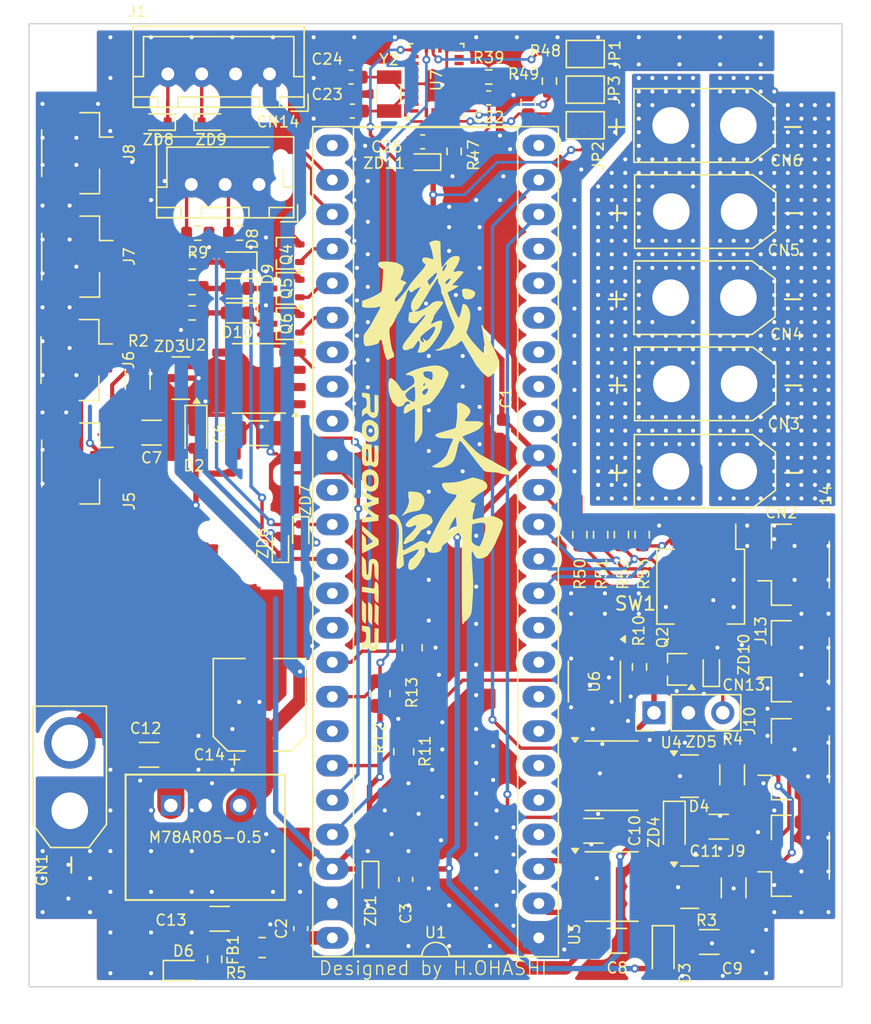
<source format=kicad_pcb>
(kicad_pcb (version 20241229) (generator "pcbnew") (generator_version "9.0")
  (layers (0 "F.Cu" signal) (2 "B.Cu" signal) (13 "F.Paste" user) (15 "B.Paste" user) (5 "F.SilkS" user "F.Silkscreen") (7 "B.SilkS" user "B.Silkscreen") (1 "F.Mask" user) (3 "B.Mask" user) (25 "Edge.Cuts" user))
  (net 0 "")
  (net 1 "+3.3V")
  (net 2 "DIP_SW_1")
  (net 3 "Net-(U1-Vin)")
  (net 5 "+5V")
  (net 6 "Net-(D2-K)")
  (net 7 "Net-(ZD11-A)")
  (net 8 "Net-(U7-CAP)")
  (net 9 "Net-(U7-XIN32)")
  (net 10 "Net-(U7-XOUT32)")
  (net 11 "DBUS")
  (net 12 "Net-(CN14-Pad3)")
  (net 13 "Net-(CN14-Pad2)")
  (net 15 "TX6")
  (net 16 "RX6")
  (net 17 "CAN1_L")
  (net 18 "CAN1_H")
  (net 19 "Net-(JP1-A)")
  (net 20 "Net-(JP2-B)")
  (net 21 "Net-(JP3-B)")
  (net 22 "Net-(Q2-C)")
  (net 23 "RX3")
  (net 24 "TX3")
  (net 25 "Controller_RX")
  (net 26 "Net-(U7-~{RESET})")
  (net 27 "Net-(U7-~{BOOT_LOAD_PIN})")
  (net 28 "TX8")
  (net 29 "UART4_TX")
  (net 30 "CAN_TX3")
  (net 32 "RX8")
  (net 33 "UART4_RX")
  (net 37 "TX2")
  (net 39 "CAN_RX1")
  (net 41 "TX7")
  (net 42 "CAN_TX1")
  (net 43 "RX7")
  (net 45 "Net-(D8-K)")
  (net 46 "Net-(D8-A)")
  (net 47 "IMU_SDA")
  (net 49 "RX2")
  (net 51 "IMU_SCL")
  (net 53 "CAN_RX3")
  (net 55 "CAN_RX2")
  (net 57 "CAN_TX2")
  (net 69 "Net-(D6-A)")
  (net 70 "V_BATT")
  (net 71 "CAN2_L")
  (net 72 "CAN2_H")
  (net 73 "CAN3_H")
  (net 74 "CAN3_L")
  (net 75 "V_Ammo")
  (net 76 "Ammo_GND")
  (net 77 "Net-(D9-K)")
  (net 78 "Net-(D9-A)")
  (net 79 "Net-(D10-K)")
  (net 80 "Net-(D10-A)")
  (net 81 "LED2")
  (net 82 "LED3")
  (net 83 "LED4")
  (net 84 "Net-(D3-K)")
  (net 85 "Net-(D4-K)")
  (net 86 "Net-(R10-Pad2)")
  (net 87 "GND")
  (net 88 "DIP_SW_2")
  (net 89 "DIP_SW_3")
  (net 90 "DIP_SW_4")
  (footprint "Resistor_SMD:R_0805_2012Metric" (layer "F.Cu") (at 138.275 100 90)
    (property "Reference" "R13")
    (property "Value" "4.7k")
  )
  (footprint "Package_TO_SOT_SMD:SOT-323_SC-70" (layer "F.Cu") (at 128.98 76.11 180)
    (property "Reference" "Q6")
    (property "Value" "DDTC114EUA-7-F")
  )
  (footprint "MountingHole:MountingHole_3.2mm_M3_ISO14580" (layer "F.Cu") (at 167 57)
    (property "Reference" "H2" (hide yes))
    (property "Value" "MountingHole")
  )
  (footprint "Package_TO_SOT_SMD:SOT-23" (layer "F.Cu") (at 158.7625 117.65)
    (property "Reference" "ZD4")
    (property "Value" "NUP2105L")
  )
  (footprint "0_PCB:AMASS_XT30U-F_1x02_P5.0mm_Vertical" (layer "F.Cu") (at 162.35 61.49 180)
    (property "Reference" "CN6")
    (property "Value" "XT30-F")
  )
  (footprint "Jumper:SolderJumper-2_P1.3mm_Open_TrianglePad1.0x1.5mm" (layer "F.Cu") (at 151.05 56.22)
    (property "Reference" "JP1")
    (property "Value" "SolderJumper_2_Open")
  )
  (footprint "MountingHole:MountingHole_3.2mm_M3_ISO14580" (layer "F.Cu") (at 113 122)
    (property "Reference" "H1" (hide yes))
    (property "Value" "MountingHole")
  )
  (footprint "Resistor_SMD:R_0603_1608Metric" (layer "F.Cu") (at 122.0225 73.435)
    (property "Reference" "R14" (hide yes))
    (property "Value" "3.3k")
  )
  (footprint "Diode_SMD:D_SOD-523" (layer "F.Cu") (at 160.35 101.59 90)
    (property "Reference" "ZD10")
    (property "Value" "ESD5Z7.0T1G")
  )
  (footprint "Package_TO_SOT_SMD:SOT-323_SC-70" (layer "F.Cu") (at 128.98 73.51 180)
    (property "Reference" "Q5")
    (property "Value" "DDTC114EUA-7-F")
  )
  (footprint "MountingHole:MountingHole_3.2mm_M3_ISO14580" (layer "F.Cu") (at 167 122)
    (property "Reference" "H4" (hide yes))
    (property "Value" "MountingHole")
  )
  (footprint "Resistor_SMD:R_0805_2012Metric" (layer "F.Cu") (at 127.2 122.1 180)
    (property "Reference" "FB1")
    (property "Value" "BLM21PG221SN")
  )
  (footprint "Resistor_SMD:R_0603_1608Metric" (layer "F.Cu") (at 153.716667 91.665 90)
    (property "Reference" "R52")
    (property "Value" "10k")
  )
  (footprint "Package_SO:SOIC-8_3.9x4.9mm_P1.27mm" (layer "F.Cu") (at 153 117.6)
    (property "Reference" "U3")
    (property "Value" "TCAN1042HVDR")
  )
  (footprint "Package_LGA:LGA-28_5.2x3.8mm_P0.5mm" (layer "F.Cu") (at 140.0725 58.17 90)
    (property "Reference" "U7")
    (property "Value" "BNO055")
  )
  (footprint "Capacitor_SMD:C_0603_1608Metric" (layer "F.Cu") (at 130.048 120.7 90)
    (property "Reference" "C2")
    (property "Value" "0.1u")
  )
  (footprint "Package_SO:MFSOP6-4_4.4x3.6mm_P1.27mm" (layer "F.Cu") (at 151.72 102.49 -90)
    (property "Reference" "U6")
    (property "Value" "TLP172AM")
  )
  (footprint "Resistor_SMD:R_0603_1608Metric" (layer "F.Cu") (at 122.035 75.31)
    (property "Reference" "R16" (hide yes))
    (property "Value" "3.3k")
  )
  (footprint "0_PCB:AMASS_XT30U-F_1x02_P5.0mm_Vertical" (layer "F.Cu") (at 162.4 80.54 180)
    (property "Reference" "CN3")
    (property "Value" "XT30-F")
  )
  (footprint "Resistor_SMD:R_0805_2012Metric" (layer "F.Cu") (at 137.65 107.6625 90)
    (property "Reference" "R11")
    (property "Value" "4.7k")
  )
  (footprint "Resistor_SMD:R_0603_1608Metric" (layer "F.Cu") (at 152.183333 91.665 90)
    (property "Reference" "R51")
    (property "Value" "10k")
  )
  (footprint "Resistor_SMD:R_0805_2012Metric" (layer "F.Cu") (at 135.9 103.375 90)
    (property "Reference" "R12")
    (property "Value" "4.7k")
  )
  (footprint "Resistor_SMD:R_0603_1608Metric" (layer "F.Cu") (at 148.4018 58.22 -90)
    (property "Reference" "R48")
    (property "Value" "10k")
  )
  (footprint "Diode_SMD:D_SOD-523" (layer "F.Cu") (at 119.53 61.24 180)
    (property "Reference" "ZD8")
    (property "Value" "ESD5Z7.0T1G")
  )
  (footprint "Capacitor_SMD:C_0603_1608Metric" (layer "F.Cu") (at 143.92 59.46)
    (property "Reference" "C22")
    (property "Value" "1u")
  )
  (footprint "Resistor_SMD:R_1206_3216Metric" (layer "F.Cu") (at 118.015 80.205 -90)
    (property "Reference" "R2")
    (property "Value" "120R")
  )
  (footprint "Resistor_SMD:R_0603_1608Metric" (layer "F.Cu") (at 155.25 91.665 90)
    (property "Reference" "R53")
    (property "Value" "10k")
  )
  (footprint "Package_DIP:DIP-48_W15.24mm_Socket_LongPads" (layer "F.Cu") (at 147.62 121.386 180)
    (property "Reference" "U1")
    (property "Value" "Teensy4.1")
  )
  (footprint "Connector_JST:JST_XH_B3B-XH-AM_1x03_P2.50mm_Vertical" (layer "F.Cu") (at 126.97 65.84 180)
    (property "Reference" "CN14")
    (property "Value" "RefereeSystem")
  )
  (footprint "Diode_SMD:D_SOD-523" (layer "F.Cu") (at 130.05 91.6 -90)
    (property "Reference" "ZD7")
    (property "Value" "ESD5Z7.0T1G")
  )
  (footprint "Capacitor_SMD:C_1206_3216Metric" (layer "F.Cu") (at 119.04 84.14 180)
    (property "Reference" "C7")
    (property "Value" "10u")
  )
  (footprint "Resistor_SMD:R_1206_3216Metric" (layer "F.Cu") (at 161.89 109.365 90)
    (property "Reference" "R4")
    (property "Value" "120R")
  )
  (footprint "Package_TO_SOT_SMD:SOT-23" (layer "F.Cu") (at 121.2025 80.1175 180)
    (property "Reference" "ZD3")
    (property "Value" "NUP2105L")
  )
  (footprint "Connector_JST:JST_GH_SM02B-GHS-TB_1x02-1MP_P1.25mm_Horizontal" (layer "F.Cu") (at 166.5 108.215 90)
    (property "Reference" "J10")
    (property "Value" "CAN3")
  )
  (footprint "Package_TO_SOT_SMD:SOT-23" (layer "F.Cu") (at 158.7525 109.46)
    (property "Reference" "ZD5")
    (property "Value" "NUP2105L")
  )
  (footprint "MountingHole:MountingHole_3.2mm_M3_ISO14580" (layer "F.Cu") (at 113 57)
    (property "Reference" "H3" (hide yes))
    (property "Value" "MountingHole")
  )
  (footprint "Capacitor_SMD:C_0603_1608Metric" (layer "F.Cu") (at 133.763 57.93)
    (property "Reference" "C24")
    (property "Value" "0.1u")
  )
  (footprint "Connector_JST:JST_GH_SM02B-GHS-TB_1x02-1MP_P1.25mm_Horizontal" (layer "F.Cu") (at 113.49 86.41 -90)
    (property "Reference" "J5")
    (property "Value" "CAN3")
  )
  (footprint "Capacitor_SMD:CP_Elec_6.3x7.7" (layer "F.Cu") (at 127 104.2 90)
    (property "Reference" "C14")
    (property "Value" "100uF")
  )
  (footprint "Package_TO_SOT_SMD:SOT-323_SC-70" (layer "F.Cu") (at 157.85 101.59 180)
    (property "Reference" "Q2")
    (property "Value" "DDTC114EUA-7-F")
  )
  (footprint "Diode_SMD:D_TUMD2" (layer "F.Cu") (at 156.8 122.4 -90)
    (property "Reference" "D3")
    (property "Value" "LMBR140ET1G")
  )
  (footprint "Resistor_SMD:R_1206_3216Metric" (layer "F.Cu") (at 162 117.7 90)
    (property "Reference" "R3")
    (property "Value" "120R")
  )
  (footprint "Capacitor_SMD:C_1206_3216Metric" (layer "F.Cu") (at 153.4 121.6)
    (property "Reference" "C8")
    (property "Value" "10u")
  )
  (footprint "0_PCB:AMASS_XT30U-M_1x02_P5.0mm_Vertical" (layer "F.Cu") (at 113 112.014 90)
    (property "Reference" "CN1")
    (property "Value" "XT30-M")
  )
  (footprint "Capacitor_SMD:C_1206_3216Metric" (layer "F.Cu") (at 126.94 84.18)
    (property "Reference" "C6")
    (property "Value" "10u")
  )
  (footprint "Button_Switch_SMD:SW_DIP_SPSTx04_Slide_Copal_CHS-04B_W7.62mm_P1.27mm" (layer "F.Cu") (at 159.57 95.49 -90)
    (property "Reference" "SW1")
    (property "Value" "SW_DIP_x04")
  )
  (footprint "Diode_SMD:D_SOD-523" (layer "F.Cu") (at 123.43 61.24)
    (property "Reference" "ZD9")
    (property "Value" "ESD5Z7.0T1G")
  )
  (footprint "Jumper:SolderJumper-2_P1.3mm_Open_TrianglePad1.0x1.5mm" (layer "F.Cu") (at 151.045 58.85 180)
    (property "Reference" "JP3")
    (property "Value" "SolderJumper_2_Open")
  )
  (footprint "Diode_SMD:D_TUMD2" (layer "F.Cu") (at 122.315 84.04 -90)
    (property "Reference" "D2")
    (property "Value" "LMBR140ET1G")
  )
  (footprint "Resistor_SMD:R_0603_1608Metric" (layer "F.Cu") (at 143.925 57.92)
    (property "Reference" "R39")
    (property "Value" "10k")
  )
  (footprint "Diode_SMD:D_SOD-523" (layer "F.Cu") (at 128.55 92.44 90)
    (property "Reference" "ZD6")
    (property "Value" "ESD5Z7.0T1G")
  )
  (footprint "Package_TO_SOT_SMD:SOT-323_SC-70" (layer "F.Cu") (at 128.98 70.91 180)
    (property "Reference" "Q4")
    (property "Value" "DDTC114EUA-7-F")
  )
  (footprint "0_PCB:SIP3_LMS78-12_GAP" (layer "F.Cu") (at 120.46 111.622)
    (property "Reference" "M78AR05-0.5")
    (property "Value" "~")
  )
  (footprint "Capacitor_SMD:C_0603_1608Metric" (layer "F.Cu") (at 139.0475 62.7 180)
    (property "Reference" "C26")
    (property "Value" "0.1u")
  )
  (footprint "Resistor_SMD:R_0603_1608Metric" (layer "F.Cu") (at 150.65 91.665 90)
    (property "Reference" "R50")
    (property "Value" "10k")
  )
  (footprint "LED_SMD:LED_0603_1608Metric" (layer "F.Cu") (at 121.3865 123.788)
    (property "Reference" "D6")
    (property "Value" "LED")
  )
  (footprint "Capacitor_SMD:C_1206_3216Metric" (layer "F.Cu") (at 118.85 107.89 180)
    (property "Reference" "C12")
    (property "Value" "4.7u")
  )
  (footprint "Resistor_SMD:R_0603_1608Metric" (layer "F.Cu") (at 123.698 122.963 -90)
    (property "Reference" "R5")
    (property "Value" "3.3k")
  )
  (footprint "Crystal:Crystal_SMD_3215-2Pin_3.2x1.5mm" (layer "F.Cu") (at 136.57 59.18 -90)
    (property "Reference" "Y2")
    (property "Value" "32.768 k")
  )
  (footprint "Diode_SMD:D_SOD-523" (layer "F.Cu") (at 139.1225 64.19 180)
    (property "Reference" "ZD11")
    (property "Value" "ESD5Z7.0T1G")
  )
  (footprint "Resistor_SMD:R_0603_1608Metric" (layer "F.Cu") (at 125.535 69.43 180)
    (property "Reference" "R8" (hide yes))
    (property "Value" "1k")
  )
  (footprint "Package_SO:SOIC-8_3.9x4.9mm_P1.27mm" (layer "F.Cu") (at 152.99 109.43)
    (property "Reference" "U4")
    (property "Value" "TCAN1042HVDR")
  )
  (footprint "Resistor_SMD:R_0603_1608Metric" (layer "F.Cu") (at 122.45 69.43 180)
    (property "Reference" "R9")
    (property "Value" "1k")
  )
  (footprint "0_PCB:AMASS_XT30U-F_1x02_P5.0mm_Vertical" (layer "F.Cu") (at 162.35 74.19 180)
    (property "Reference" "CN4")
    (property "Value" "XT30-F")
  )
  (footprint "Connector_JST:JST_GH_SM02B-GHS-TB_1x02-1MP_P1.25mm_Horizontal" (layer "F.Cu") (at 113.49 63.535 -90)
    (property "Reference" "J8")
    (property "Value" "CAN3")
  )
  (footprint "Capacitor_SMD:C_1206_3216Metric" (layer "F.Cu") (at 160.2 121.69)
    (property "Reference" "C9")
    (property "Value" "10u")
  )
  (footprint "0_PCB:AMASS_XT30U-M_1x02_P5.0mm_Vertical" (layer "F.Cu") (at 162.375 86.99 180)
    (property "Reference" "CN2")
    (property "Value" "XT30-M")
  )
  (footprint "Connector_JST:JST_GH_SM02B-GHS-TB_1x02-1MP_P1.25mm_Horizontal" (layer "F.Cu") (at 166.5 100.99 90)
    (property "Reference" "J13")
    (property "Value" "CAN3")
  )
  (footprint "Capacitor_SMD:C_1206_3216Metric" (layer "F.Cu") (at 160.9 113.19)
    (property "Reference" "C11")
    (property "Value" "10u")
  )
  (footprint "Connector_JST:JST_GH_SM02B-GHS-TB_1x02-1MP_P1.25mm_Horizontal" (layer "F.Cu") (at 166.5 115.33 90)
    (property "Reference" "J9")
    (property "Value" "CAN3")
  )
  (footprint "Capacitor_SMD:C_1206_3216Metric" (layer "F.Cu") (at 151.655 113.49 180)
    (property "Reference" "C10")
    (property "Value" "10u")
  )
  (footprint "Connector_JST:JST_GH_SM02B-GHS-TB_1x02-1MP_P1.25mm_Horizontal" (layer "F.Cu") (at 113.49 71.16 -90)
    (property "Reference" "J7")
    (property "Value" "CAN3")
  )
  (footprint "Package_SO:SOIC-8_3.9x4.9mm_P1.27mm" (layer "F.Cu") (at 126.965 80.14 180)
    (property "Reference" "U2")
    (property "Value" "TCAN1042HVDR")
  )
  (footprint "Jumper:SolderJumper-2_P1.3mm_Open_TrianglePad1.0x1.5mm" (layer "F.Cu") (at 151.045 61.48 180)
    (property "Reference" "JP2")
    (property "Value" "SolderJumper_2_Open")
  )
  (footprint "Capacitor_SMD:C_0603_1608Metric" (layer "F.Cu") (at 137.8 117.081 -90)
    (property "Reference" "C3")
    (property "Value" "0.1u")
  )
  (footprint "LED_SMD:LED_0603_1608Metric" (layer "F.Cu") (at 125.33 71.56 180)
    (property "Reference" "D8")
    (property "Value" "LED")
  )
  (footprint "Connector_JST:JST_XH_B4B-XH-A_1x04_P2.50mm_Vertical" (layer "F.Cu") (at 127.74 57.69 180)
    (property "Reference" "J1")
    (property "Value" "debug")
  )
  (footprint "0_PCB:AMASS_XT30U-F_1x02_P5.0mm_Vertical" (layer "F.Cu") (at 162.4 67.84 180)
    (property "Reference" "CN5")
    (property "Value" "XT30-F")
  )
  (footprint "Resistor_SMD:R_0603_1608Metric" (layer "F.Cu") (at 146.8318 59.8 -90)
    (property "Reference" "R49")
    (property "Value" "10k")
  )
  (footprint "Capacitor_SMD:C_0603_1608Metric" (layer "F.Cu") (at 145 83.965 -90)
    (property "Reference" "C1")
    (property "Value" "0.1u")
  )
  (footprint "LED_SMD:LED_0603_1608Metric" (layer "F.Cu") (at 125.3725 75.31 180)
    (property "Reference" "D10")
    (property "Value" "LED")
  )
  (footprint "Resistor_SMD:R_0603_1608Metric" (layer "F.Cu") (at 155.05 101.415 90)
    (property "Reference" "R10")
    (property "Value" "220R")
  )
  (footprint "Connector_JST:JST_GH_SM02B-GHS-TB_1x02-1MP_P1.25mm_Horizontal" (layer "F.Cu") (at 166.5 93.875 90)
    (property "Reference" "J14")
    (property "Value" "CAN3")
  )
  (footprint "Resistor_SMD:R_0603_1608Metric" (layer "F.Cu") (at 141.37 63.405 90)
    (property "Reference" "R47")
    (property "Value" "10k")
  )
  (footprint "Resistor_SMD:R_0603_1608Metric" (layer "F.Cu") (at 122.055 71.56)
    (property "Reference" "R7" (hide yes))
    (property "Value" "3.3k")
  )
  (footprint "Capacitor_SMD:C_0603_1608Metric" (layer "F.Cu") (at 133.858 60.432)
    (property "Reference" "C23")
    (property "Value" "0.1u")
  )
  (footprint "LOGO" (layer "F.Cu") (at 140.07 85.39)
    (property "Reference" "G***" (hide yes))
    (property "Value" "LOGO" (hide yes))
  )
  (footprint "Diode_SMD:D_TUMD2" (layer "F.Cu") (at 157.62 113.23 -90)
    (property "Reference" "D4")
    (property "Value" "LMBR140ET1G")
  )
  (footprint "Connector_JST:JST_GH_SM02B-GHS-TB_1x02-1MP_P1.25mm_Horizontal" (layer "F.Cu") (at 113.44 78.785 -90)
    (property "Reference" "J6")
    (property "Value" "CAN3")
  )
  (footprint "Connector_PinHeader_2.54mm:PinHeader_1x03_P2.54mm_Vertical" (layer "F.Cu") (at 156.12 104.79 90)
    (property "Reference" "CN13")
    (property "Value" "value")
  )
  (footprint "LED_SMD:LED_0603_1608Metric" (layer "F.Cu") (at 125.3725 73.51 180)
    (property "Reference" "D9")
    (property "Value" "LED")
  )
  (footprint "Diode_SMD:D_SOD-523" (layer "F.Cu") (at 135.2 117.006 -90)
    (property "Reference" "ZD1")
    (property "Value" "ESD5Z7.0T1G")
  )
  (footprint "Capacitor_SMD:C_1206_3216Metric" (layer "F.Cu") (at 124.065 119.978 180)
    (property "Reference" "C13")
    (property "Value" "4.7u")
  )
  (gr_rect (start 110 53.99) (end 170 124.99) (stroke (width 0.1)) (fill no) (layer "Edge.Cuts"))
  (gr_text "Designed by H.OHASHI" (at 131.31 124.21 0) (layer "F.SilkS") (effects (font (size 1 1) (thickness 0.1)) (justify left bottom)))
  (segment (start 138.1235 61.2) (end 139.0025 61.2) (width 0.2) (layer "F.Cu") (net 1))
  (segment (start 141.6 91.85) (end 147.62 85.83) (width 0.4) (layer "F.Cu") (net 1))
  (segment (start 139.8225 62.02) (end 139.8225 62.7) (width 0.2) (layer "F.Cu") (net 1))
  (segment (start 135.128 110.222) (end 135.825 109.525) (width 0.4) (layer "F.Cu") (net 1))
  (segment (start 122.315 89.475) (end 122.315 85.29) (width 0.4) (layer "F.Cu") (net 1))
  (segment (start 137.7715 60.848) (end 138.1235 61.2) (width 0.2) (layer "F.Cu") (net 1))
  (segment (start 135.875 104.3125) (end 135.9 104.2875) (width 0.4) (layer "F.Cu") (net 1))
  (segment (start 137.65 108.575) (end 137.65 108.898) (width 0.4) (layer "F.Cu") (net 1))
  (segment (start 140.934 116.306) (end 141 116.24) (width 0.4) (layer "F.Cu") (net 1))
  (segment (start 137.7715 59.992) (end 137.7715 60.848) (width 0.2) (layer "F.Cu") (net 1))
  (segment (start 154.52 114.48) (end 153.62 115.38) (width 0.4) (layer "F.Cu") (net 1))
  (segment (start 138.275 101.9125) (end 135.9 104.2875) (width 0.3) (layer "F.Cu") (net 1))
  (segment (start 150 63.3) (end 150.705 63.3) (width 0.2) (layer "F.Cu") (net 1))
  (segment (start 154.75 123.65) (end 154.7 123.6) (width 0.4) (layer "F.Cu") (net 1))
  (segment (start 139.8225 73.69) (end 144.897 78.7645) (width 0.4) (layer "F.Cu") (net 1))
  (segment (start 143.944 61.656) (end 141.37 64.23) (width 0.2) (layer "F.Cu") (net 1))
  (segment (start 138.275 100.9125) (end 138.275 101.9125) (width 0.3) (layer "F.Cu") (net 1))
  (segment (start 137.8 116.306) (end 132.38 116.306) (width 0.4) (layer "F.Cu") (net 1))
  (segment (start 144.897 78.7645) (end 144.897 83.103) (width 0.4) (layer "F.Cu") (net 1))
  (segment (start 141.37 64.23) (end 139.8225 65.7775) (width 0.25) (layer "F.Cu") (net 1))
  (segment (start 143.944 58.726) (end 143.944 61.656) (width 0.2) (layer "F.Cu") (net 1))
  (segment (start 135.9 105.675) (end 135.9 104.2875) (width 0.4) (layer "F.Cu") (net 1))
  (segment (start 137.65 108.898) (end 135.128 111.42) (width 0.4) (layer "F.Cu") (net 1))
  (segment (start 139.0025 61.2) (end 139.8225 62.02) (width 0.2) (layer "F.Cu") (net 1))
  (segment (start 139.8225 62.7) (end 139.8225 64.19) (width 0.2) (layer "F.Cu") (net 1))
  (segment (start 135.128 111.42) (end 135.128 110.222) (width 0.4) (layer "F.Cu") (net 1))
  (segment (start 139.8225 66.6) (end 139.8225 64.19) (width 0.4) (layer "F.Cu") (net 1))
  (segment (start 144.897 83.103) (end 147.62 85.826) (width 0.4) (layer "F.Cu") (net 1))
  (segment (start 122.3 89.49) (end 122.315 89.475) (width 0.4) (layer "F.Cu") (net 1))
  (segment (start 151.77 61.48) (end 151.77 58.85) (width 0.2) (layer "F.Cu") (net 1))
  (segment (start 139.8225 65.7775) (end 139.8225 66.6) (width 0.25) (layer "F.Cu") (net 1))
  (segment (start 135.825 109.525) (end 135.9 109.525) (width 0.4) (layer "F.Cu") (net 1))
  (segment (start 135.128 113.558) (end 135.128 111.42) (width 0.4) (layer "F.Cu") (net 1))
  (segment (start 132.38 116.306) (end 135.128 113.558) (width 0.4) (layer "F.Cu") (net 1))
  (segment (start 150.705 63.3) (end 151.77 62.235) (width 0.2) (layer "F.Cu") (net 1))
  (segment (start 137.8 116.306) (end 140.934 116.306) (width 0.4) (layer "F.Cu") (net 1))
  (segment (start 139.8225 60.5575) (end 139.8225 62.7) (width 0.2) (layer "F.Cu") (net 1))
  (segment (start 137.8435 59.92) (end 137.7715 59.992) (width 0.2) (layer "F.Cu") (net 1))
  (segment (start 138.41 59.92) (end 137.8435 59.92) (width 0.2) (layer "F.Cu") (net 1))
  (segment (start 151.77 62.235) (end 151.77 61.48) (width 0.2) (layer "F.Cu") (net 1))
  (segment (start 139.8225 66.6) (end 139.8225 73.69) (width 0.4) (layer "F.Cu") (net 1))
  (segment (start 157.62 114.48) (end 154.52 114.48) (width 0.4) (layer "F.Cu") (net 1))
  (segment (start 150.65 90.84) (end 155.25 90.84) (width 0.4) (layer "F.Cu") (net 1))
  (segment (start 150.65 88.856) (end 147.62 85.826) (width 0.4) (layer "F.Cu") (net 1))
  (segment (start 147.62 85.83) (end 147.62 85.826) (width 0.4) (layer "F.Cu") (net 1))
  (segment (start 150.65 90.84) (end 150.65 88.856) (width 0.4) (layer "F.Cu") (net 1))
  (segment (start 156.8 123.65) (end 154.75 123.65) (width 0.4) (layer "F.Cu") (net 1))
  (segment (start 144.75 57.92) (end 143.944 58.726) (width 0.2) (layer "F.Cu") (net 1))
  (via (at 141.6 91.85) (size 0.6) (drill 0.3) (layers "F.Cu" "B.Cu") (net 1))
  (via (at 135.9 109.525) (size 0.6) (drill 0.3) (layers "F.Cu" "B.Cu") (net 1))
  (via (at 150 63.3) (size 0.6) (drill 0.3) (layers "F.Cu" "B.Cu") (net 1))
  (via (at 154.7 123.65) (size 0.6) (drill 0.3) (layers "F.Cu" "B.Cu") (net 1))
  (via (at 135.9 105.675) (size 0.6) (drill 0.3) (layers "F.Cu" "B.Cu") (net 1))
  (via (at 122.3 89.49) (size 0.6) (drill 0.3) (layers "F.Cu" "B.Cu") (net 1))
  (via (at 153.62 115.38) (size 0.6) (drill 0.3) (layers "F.Cu" "B.Cu") (net 1))
  (via (at 139.8225 66.6) (size 0.6) (drill 0.3) (layers "F.Cu" "B.Cu") (net 1))
  (via (at 141 116.24) (size 0.6) (drill 0.3) (layers "F.Cu" "B.Cu") (net 1))
  (segment (start 147.25 123.65) (end 152.38 123.65) (width 0.4) (layer "B.Cu") (net 1))
  (segment (start 152.38 123.65) (end 154.7 123.65) (width 0.4) (layer "B.Cu") (net 1))
  (segment (start 128.2 112.126) (end 132.38 116.306) (width 0.4) (layer "B.Cu") (net 1))
  (segment (start 149.1 64.2) (end 144.55 64.2) (width 0.2) (layer "B.Cu") (net 1))
  (segment (start 144.275 64.475) (end 142.15 66.6) (width 0.2) (layer "B.Cu") (net 1))
  (segment (start 128.2 96.39) (end 128.2 112.126) (width 0.4) (layer "B.Cu") (net 1))
  (segment (start 142.15 66.6) (end 139.8225 66.6) (width 0.2) (layer "B.Cu") (net 1))
  (segment (start 141 116.24) (end 141 117.4) (width 0.4) (layer "B.Cu") (net 1))
  (segment (start 150 63.3) (end 149.1 64.2) (width 0.2) (layer "B.Cu") (net 1))
  (segment (start 141 115.212) (end 141.6 114.612) (width 0.4) (layer "B.Cu") (net 1))
  (segment (start 141 117.4) (end 147.25 123.65) (width 0.4) (layer "B.Cu") (net 1))
  (segment (start 141.6 114.612) (end 141.6 91.85) (width 0.4) (layer "B.Cu") (net 1))
  (segment (start 153.62 122.41) (end 152.38 123.65) (width 0.4) (layer "B.Cu") (net 1))
  (segment (start 153.62 115.38) (end 153.62 122.41) (width 0.4) (layer "B.Cu") (net 1))
  (segment (start 135.9 109.525) (end 135.9 105.675) (width 0.4) (layer "B.Cu") (net 1))
  (segment (start 144.55 64.2) (end 144.275 64.475) (width 0.2) (layer "B.Cu") (net 1))
  (segment (start 141 116.24) (end 141 115.212) (width 0.4) (layer "B.Cu") (net 1))
  (segment (start 149.849 90.595) (end 147.62 88.366) (width 0.25) (layer "F.Cu") (net 2))
  (segment (start 159.716998 95.478) (end 161.48 93.714998) (width 0.25) (layer "F.Cu") (net 2))
  (segment (start 156.408 95.478) (end 159.716998 95.478) (width 0.25) (layer "F.Cu") (net 2))
  (segment (start 161.48 93.714998) (end 161.48 93.45) (width 0.25) (layer "F.Cu") (net 2))
  (segment (start 150.65 92.49) (end 150.85 92.49) (width 0.25) (layer "F.Cu") (net 2))
  (segment (start 150.85 92.49) (end 153.08 94.72) (width 0.25) (layer "F.Cu") (net 2))
  (segment (start 161.475 93.445) (end 161.475 91.68) (width 0.25) (layer "F.Cu") (net 2))
  (segment (start 150.65 92.49) (end 149.849 91.689) (width 0.25) (layer "F.Cu") (net 2))
  (segment (start 161.48 93.45) (end 161.475 93.445) (width 0.25) (layer "F.Cu") (net 2))
  (segment (start 149.849 91.689) (end 149.849 90.595) (width 0.25) (layer "F.Cu") (net 2))
  (segment (start 155.65 94.72) (end 156.408 95.478) (width 0.25) (layer "F.Cu") (net 2))
  (segment (start 153.08 94.72) (end 155.65 94.72) (width 0.25) (layer "F.Cu") (net 2))
  (segment (start 129.794 121.386) (end 132.38 121.386) (width 1) (layer "F.Cu") (net 3))
  (segment (start 128.1125 122.1) (end 129.423 122.1) (width 1) (layer "F.Cu") (net 3))
  (segment (start 129.423 122.1) (end 130.048 121.475) (width 1) (layer "F.Cu") (net 3))
  (segment (start 123.698 121.82) (end 125.54 119.978) (width 0.4) (layer "F.Cu") (net 5))
  (segment (start 130.303 123.598) (end 149.596 123.598) (width 1) (layer "F.Cu") (net 5))
  (segment (start 121.21 76.57) (end 121.21 75.31) (width 1) (layer "F.Cu") (net 5))
  (segment (start 153.13 111.705001) (end 151.489999 110.065) (width 0.4) (layer "F.Cu") (net 5))
  (segment (start 153.13 113.49) (end 153.13 111.705001) (width 0.4) (layer "F.Cu") (net 5))
  (segment (start 152 119.081623) (end 151.153377 118.235) (width 0.4) (layer "F.Cu") (net 5))
  (segment (start 121.23 75.29) (end 121.21 75.31) (width 1) (layer "F.Cu") (net 5))
  (segment (start 130.301 123.6) (end 130.303 123.598) (width 1) (layer "F.Cu") (net 5))
  (segment (start 127 106.9) (end 130 103.9) (width 1) (layer "F.Cu") (net 5))
  (segment (start 129.44 79.505) (end 128.465001 79.505) (width 0.3) (layer "F.Cu") (net 5))
  (segment (start 153.13 113.49) (end 153.13 107.78) (width 0.4) (layer "F.Cu") (net 5))
  (segment (start 152 121.198) (end 152 119.081623) (width 0.4) (layer "F.Cu") (net 5))
  (segment (start 126.2875 122.1) (end 126.2875 120.7255) (width 1) (layer "F.Cu") (net 5))
  (segment (start 152.6 114.02) (end 153.13 113.49) (width 0.4) (layer "F.Cu") (net 5))
  (segment (start 153.13 107.78) (end 156.12 104.79) (width 0.4) (layer "F.Cu") (net 5))
  (segment (start 151.153377 118.235) (end 150.525 118.235) (width 0.4) (layer "F.Cu") (net 5))
  (segment (start 126.2875 122.8) (end 127.0875 123.6) (width 1) (layer "F.Cu") (net 5))
  (segment (start 123.698 122.138) (end 123.698 121.82) (width 0.4) (layer "F.Cu") (net 5))
  (segment (start 126.2875 122.1) (end 126.2875 122.8) (width 1) (layer "F.Cu") (net 5))
  (segment (start 152.6 120.925) (end 152.6 114.02) (width 0.4) (layer "F.Cu") (net 5))
  (segment (start 126.2875 120.7255) (end 125.54 119.978) (width 1) (layer "F.Cu") (net 5))
  (segment (start 125.465 84.365) (end 125.465 84.48) (width 0.3) (layer "F.Cu") (net 5))
  (segment (start 121.23 71.56) (end 121.23 75.29) (width 1) (layer "F.Cu") (net 5))
  (segment (start 149.598 123.6) (end 152 121.198) (width 0.4) (layer "F.Cu") (net 5))
  (segment (start 125.54 111.622) (end 125.54 119.978) (width 2) (layer "F.Cu") (net 5))
  (segment (start 156.12 103.31) (end 155.05 102.24) (width 0.4) (layer "F.Cu") (net 5))
  (segment (start 128.465001 79.505) (end 127.015 80.955001) (width 0.3) (layer "F.Cu") (net 5))
  (segment (start 127.015 82.815) (end 125.465 84.365) (width 0.3) (layer "F.Cu") (net 5))
  (segment (start 127 106.9) (end 127 110.162) (width 2) (layer "F.Cu") (net 5))
  (segment (start 130 103.9) (end 130 101.75) (width 1) (layer "F.Cu") (net 5))
  (segment (start 151.489999 110.065) (end 150.515 110.065) (width 0.4) (layer "F.Cu") (net 5))
  (segment (start 125.54 119.978) (end 125.54 120.296) (width 1) (layer "F.Cu") (net 5))
  (segment (start 156.12 104.79) (end 156.12 103.31) (width 0.4) (layer "F.Cu") (net 5))
  (segment (start 127.015 80.955001) (end 127.015 82.815) (width 0.3) (layer "F.Cu") (net 5))
  (segment (start 127 110.162) (end 125.54 111.622) (width 2) (layer "F.Cu") (net 5))
  (segment (start 125.465 84.18) (end 125.465 85.99) (width 0.3) (layer "F.Cu") (net 5))
  (segment (start 127.0875 123.6) (end 130.301 123.6) (width 1) (layer "F.Cu") (net 5))
  (segment (start 151.925 121.6) (end 152.6 120.925) (width 0.4) (layer "F.Cu") (net 5))
  (via (at 121.21 76.57) (size 0.6) (drill 0.3) (layers "F.Cu" "B.Cu") (net 5))
  (via (at 130 101.75) (size 0.6) (drill 0.3) (layers "F.Cu" "B.Cu") (net 5))
  (segment (start 129.941 61.991) (end 127.74 59.79) (width 1) (layer "B.Cu") (net 5))
  (segment (start 129.05 68.751) (end 129.941 67.86) (width 1) (layer "B.Cu") (net 5))
  (segment (start 121.23 77.45) (end 121.23 86.93) (width 1) (layer "B.Cu") (net 5))
  (segment (start 121.23 86.93) (end 126.43 92.13) (width 1) (layer "B.Cu") (net 5))
  (segment (start 129.941 67.86) (end 129.941 61.991) (width 1) (layer "B.Cu") (net 5))
  (segment (start 121.21 77.43) (end 121.23 77.45) (width 1) (layer "B.Cu") (net 5))
  (segment (start 126.43 92.13) (end 129.05 94.75) (width 1) (layer "B.Cu") (net 5))
  (segment (start 121.21 76.57) (end 121.21 77.43) (width 1) (layer "B.Cu") (net 5))
  (segment (start 129.05 94.75) (end 129.05 68.751) (width 1) (layer "B.Cu") (net 5))
  (segment (start 130 101.75) (end 129.251 101.001) (width 1) (layer "B.Cu") (net 5))
  (segment (start 127.74 59.79) (end 127.74 57.69) (width 1) (layer "B.Cu") (net 5))
  (segment (start 129.251 94.951) (end 129.05 94.75) (width 1) (layer "B.Cu") (net 5))
  (segment (start 129.251 101.001) (end 129.251 94.951) (width 1) (layer "B.Cu") (net 5))
  (segment (start 126.015 78.785001) (end 125.464999 78.235) (width 0.4) (layer "F.Cu") (net 6))
  (segment (start 122.315 83.39) (end 121.265 83.39) (width 0.3) (layer "F.Cu") (net 6))
  (segment (start 122.875 82.83) (end 125.392678 82.83) (width 0.3) (layer "F.Cu") (net 6))
  (segment (start 126.015 82.207678) (end 126.015 80.29) (width 0.3) (layer "F.Cu") (net 6))
  (segment (start 125.464999 78.235) (end 124.49 78.235) (width 0.4) (layer "F.Cu") (net 6))
  (segment (start 126.015 80.29) (end 126.015 78.785001) (width 0.4) (layer "F.Cu") (net 6))
  (segment (start 125.392678 82.83) (end 126.015 82.207678) (width 0.3) (layer "F.Cu") (net 6))
  (segment (start 122.315 83.39) (end 122.875 82.83) (width 0.3) (layer "F.Cu") (net 6))
  (segment (start 121.265 83.39) (end 120.515 84.14) (width 0.3) (layer "F.Cu") (net 6))
  (segment (start 138.2725 64.04) (end 138.4225 64.19) (width 0.25) (layer "F.Cu") (net 7))
  (segment (start 138.2725 62.7) (end 138.2725 64.04) (width 0.25) (layer "F.Cu") (net 7))
  (segment (start 141.735 58.92) (end 142.605 58.92) (width 0.2) (layer "F.Cu") (net 8))
  (segment (start 142.605 58.92) (end 143.145 59.46) (width 0.2) (layer "F.Cu") (net 8))
  (segment (start 137.58 59.42) (end 138.41 59.42) (width 0.2) (layer "F.Cu") (net 9))
  (segment (start 136.57 60.43) (end 137.58 59.42) (width 0.2) (layer "F.Cu") (net 9))
  (segment (start 134.635 60.43) (end 134.633 60.432) (width 0.2) (layer "F.Cu") (net 9))
  (segment (start 136.57 60.43) (end 134.635 60.43) (width 0.2) (layer "F.Cu") (net 9))
  (segment (start 134.571 60.43) (end 134.551 60.45) (width 0.2) (layer "F.Cu") (net 9))
  (segment (start 136.57 57.93) (end 134.538 57.93) (width 0.2) (layer "F.Cu") (net 10))
  (segment (start 137.56 58.92) (end 138.41 58.92) (width 0.2) (layer "F.Cu") (net 10))
  (segment (start 136.57 57.93) (end 137.56 58.92) (width 0.2) (layer "F.Cu") (net 10))
  (segment (start 136.082 57.93) (end 136.062 57.91) (width 0.2) (layer "F.Cu") (net 10))
  (segment (start 160.35 102.29) (end 158.9 102.29) (width 0.25) (layer "F.Cu") (net 11))
  (segment (start 161.2 103.14) (end 161.2 104.79) (width 0.25) (layer "F.Cu") (net 11))
  (segment (start 158.9 102.29) (end 158.85 102.24) (width 0.25) (layer "F.Cu") (net 11))
  (segment (start 160.35 102.29) (end 161.2 103.14) (width 0.25) (layer "F.Cu") (net 11))
  (segment (start 121.625 69.43) (end 121.625 66.185) (width 0.25) (layer "F.Cu") (net 12))
  (segment (start 121.625 66.185) (end 121.97 65.84) (width 0.25) (layer "F.Cu") (net 12))
  (segment (start 124.71 69.43) (end 124.71 66.08) (width 0.25) (layer "F.Cu") (net 13))
  (segment (start 124.71 66.08) (end 124.47 65.84) (width 0.25) (layer "F.Cu") (net 13))
  (segment (start 116.13 84.995) (end 115.34 85.785) (width 0.3) (layer "F.Cu") (net 17))
  (segment (start 115.34 70.535) (end 116.657276 69.217724) (width 0.3) (layer "F.Cu") (net 17))
  (segment (start 116.657276 69.217724) (end 116.657276 63.914598) (width 0.3) (layer "F.Cu") (net 17))
  (segment (start 124.1525 79.1675) (end 124.49 79.505) (width 0.3) (layer "F.Cu") (net 17))
  (segment (start 115.34 85.785) (end 115.34 85.759) (width 0.3) (layer "F.Cu") (net 17))
  (segment (start 116.61 76.84) (end 116.61 71.13) (width 0.3) (layer "F.Cu") (net 17))
  (segment (start 116.015 70.535) (end 115.34 70.535) (width 0.3) (layer "F.Cu") (net 17))
  (segment (start 115.34 85.759) (end 114.491 84.91) (width 0.3) (layer "F.Cu") (net 17))
  (segment (start 118.015 78.7425) (end 116.13 80.6275) (width 0.3) (layer "F.Cu") (net 17))
  (segment (start 116.61 71.13) (end 116.015 70.535) (width 0.3) (layer "F.Cu") (net 17))
  (segment (start 116.657276 63.914598) (end 115.652678 62.91) (width 0.3) (layer "F.Cu") (net 17))
  (segment (start 118.015 78.7425) (end 121.715 78.7425) (width 0.3) (layer "F.Cu") (net 17))
  (segment (start 122.14 79.1675) (end 124.1525 79.1675) (width 0.3) (layer "F.Cu") (net 17))
  (segment (start 121.715 78.7425) (end 122.14 79.1675) (width 0.3) (layer "F.Cu") (net 17))
  (segment (start 116.13 80.6275) (end 116.13 84.995) (width 0.3) (layer "F.Cu") (net 17))
  (segment (start 115.652678 62.91) (end 115.34 62.91) (width 0.3) (layer "F.Cu") (net 17))
  (segment (start 115.29 78.16) (end 116.61 76.84) (width 0.3) (layer "F.Cu") (net 17))
  (via (at 114.491 84.91) (size 0.6) (drill 0.3) (layers "F.Cu" "B.Cu") (net 17))
  (segment (start 114.491 84.91) (end 114.491 82.209) (width 0.3) (layer "B.Cu") (net 17))
  (segment (start 118.015 81.6675) (end 121.54 81.6675) (width 0.3) (layer "F.Cu") (net 18))
  (segment (start 116.639 83.0435) (end 116.639 86.585999) (width 0.3) (layer "F.Cu") (net 18))
  (segment (start 116.189999 87.035) (end 115.34 87.035) (width 0.3) (layer "F.Cu") (net 18))
  (segment (start 124.1975 81.0675) (end 124.49 80.775) (width 0.3) (layer "F.Cu") (net 18))
  (segment (start 122.14 81.0675) (end 124.1975 81.0675) (width 0.3) (layer "F.Cu") (net 18))
  (segment (start 115.34 71.785) (end 115.027322 71.785) (width 0.3) (layer "F.Cu") (net 18))
  (segment (start 114.089 73.036) (end 115.34 71.785) (width 0.3) (layer "F.Cu") (net 18))
  (segment (start 114.139 65.361) (end 115.34 64.16) (width 0.3) (layer "F.Cu") (net 18))
  (segment (start 114.490001 87.035) (end 113.841 86.385999) (width 0.3) (layer "F.Cu") (net 18))
  (segment (start 113.841 80.859) (end 115.29 79.41) (width 0.3) (layer "F.Cu") (net 18))
  (segment (start 115.29 79.41) (end 114.440001 79.41) (width 0.3) (layer "F.Cu") (net 18))
  (segment (start 115.027322 71.785) (end 114.139 70.896678) (width 0.3) (layer "F.Cu") (net 18))
  (segment (start 114.139 70.896678) (end 114.139 65.361) (width 0.3) (layer "F.Cu") (net 18))
  (segment (start 116.639 86.585999) (end 116.189999 87.035) (width 0.3) (layer "F.Cu") (net 18))
  (segment (start 115.34 87.035) (end 114.490001 87.035) (width 0.3) (layer "F.Cu") (net 18))
  (segment (start 118.015 81.6675) (end 116.639 83.0435) (width 0.3) (layer "F.Cu") (net 18))
  (segment (start 113.841 86.385999) (end 113.841 80.859) (width 0.3) (layer "F.Cu") (net 18))
  (segment (start 114.089 79.058999) (end 114.089 73.036) (width 0.3) (layer "F.Cu") (net 18))
  (segment (start 114.440001 79.41) (end 114.089 79.058999) (width 0.3) (layer "F.Cu") (net 18))
  (segment (start 121.54 81.6675) (end 122.14 81.0675) (width 0.3) (layer "F.Cu") (net 18))
  (segment (start 150.325 56.22) (end 147.4818 56.22) (width 0.2) (layer "F.Cu") (net 19))
  (segment (start 139.8225 55.7825) (end 139.8225 56.242502) (width 0.2) (layer "F.Cu") (net 19))
  (segment (start 147.4818 56.22) (end 147.081798 56.620002) (width 0.2) (layer "F.Cu") (net 19))
  (segment (start 139.8225 56.242502) (end 140.2 56.620002) (width 0.2) (layer "F.Cu") (net 19))
  (via (at 147.081798 56.620002) (size 0.6) (drill 0.3) (layers "F.Cu" "B.Cu") (net 19))
  (via (at 140.2 56.620002) (size 0.6) (drill 0.3) (layers "F.Cu" "B.Cu") (net 19))
  (segment (start 147.081798 56.620002) (end 140.2 56.620002) (width 0.2) (layer "B.Cu") (net 19))
  (segment (start 146.144 60.625) (end 145.5804 61.1886) (width 0.2) (layer "F.Cu") (net 20))
  (segment (start 141.451002 61.186002) (end 142.565198 61.186002) (width 0.2) (layer "F.Cu") (net 20))
  (segment (start 149.465 60.625) (end 150.32 61.48) (width 0.2) (layer "F.Cu") (net 20))
  (segment (start 146.8318 60.625) (end 149.465 60.625) (width 0.2) (layer "F.Cu") (net 20))
  (segment (start 146.8318 60.625) (end 146.144 60.625) (width 0.2) (layer "F.Cu") (net 20))
  (segment (start 140.8225 60.5575) (end 141.451002 61.186002) (width 0.2) (layer "F.Cu") (net 20))
  (via (at 145.5804 61.186002) (size 0.6) (drill 0.3) (layers "F.Cu" "B.Cu") (net 20))
  (via (at 142.565198 61.186002) (size 0.6) (drill 0.3) (layers "F.Cu" "B.Cu") (net 20))
  (segment (start 142.686196 61.307) (end 142.565198 61.186002) (width 0.2) (layer "B.Cu") (net 20))
  (segment (start 145.459402 61.307) (end 142.686196 61.307) (width 0.2) (layer "B.Cu") (net 20))
  (segment (start 145.5804 61.186002) (end 145.459402 61.307) (width 0.2) (layer "B.Cu") (net 20))
  (segment (start 145.5804 61.1886) (end 145.462 61.307) (width 0.2) (layer "B.Cu") (net 20))
  (segment (start 142.9192 60.42) (end 143.2052 60.706) (width 0.2) (layer "F.Cu") (net 21))
  (segment (start 148.4018 59.045) (end 148.4018 59.4848) (width 0.2) (layer "F.Cu") (net 21))
  (segment (start 150.125 59.045) (end 150.32 58.85) (width 0.2) (layer "F.Cu") (net 21))
  (segment (start 141.735 60.42) (end 142.9192 60.42) (width 0.2) (layer "F.Cu") (net 21))
  (segment (start 148.4018 59.045) (end 150.125 59.045) (width 0.2) (layer "F.Cu") (net 21))
  (segment (start 148.4018 59.4848) (end 147.9426 59.944) (width 0.2) (layer "F.Cu") (net 21))
  (via (at 147.9426 59.944) (size 0.6) (drill 0.3) (layers "F.Cu" "B.Cu") (net 21))
  (via (at 143.2052 60.706) (size 0.6) (drill 0.3) (layers "F.Cu" "B.Cu") (net 21))
  (segment (start 147.9426 59.944) (end 145.8598 59.944) (width 0.2) (layer "B.Cu") (net 21))
  (segment (start 143.2052 60.706) (end 145.0978 60.706) (width 0.2) (layer "B.Cu") (net 21))
  (segment (start 145.0978 60.706) (end 145.8598 59.944) (width 0.2) (layer "B.Cu") (net 21))
  (segment (start 151.475 98.315) (end 150.45 99.34) (width 0.25) (layer "F.Cu") (net 22))
  (segment (start 156.85 101.59) (end 156.85 100.59) (width 0.25) (layer "F.Cu") (net 22))
  (segment (start 156.85 100.59) (end 154.575 98.315) (width 0.25) (layer "F.Cu") (net 22))
  (segment (start 154.575 98.315) (end 151.475 98.315) (width 0.25) (layer "F.Cu") (net 22))
  (segment (start 126.36 70.47) (end 126.36 69.43) (width 0.25) (layer "F.Cu") (net 23))
  (segment (start 127.191942 88.93) (end 127.191942 91.781942) (width 0.25) (layer "F.Cu") (net 23))
  (segment (start 127.191942 88.908058) (end 127.191942 88.93) (width 0.25) (layer "F.Cu") (net 23))
  (segment (start 132.38 93.446) (end 128.856 93.446) (width 0.3) (layer "F.Cu") (net 23))
  (segment (start 128.856 93.446) (end 128.55 93.14) (width 0.3) (layer "F.Cu") (net 23))
  (segment (start 127.191942 91.781942) (end 128.55 93.14) (width 0.25) (layer "F.Cu") (net 23))
  (via (at 127.191942 88.93) (size 0.6) (drill 0.3) (layers "F.Cu" "B.Cu") (net 23))
  (via (at 126.36 70.47) (size 0.6) (drill 0.3) (layers "F.Cu" "B.Cu") (net 23))
  (via (at 127.156942 83.698058) (size 0.6) (drill 0.3) (layers "F.Cu" "B.Cu") (net 23))
  (segment (start 126.38 73.2) (end 126.38 88.096116) (width 0.25) (layer "B.Cu") (net 23))
  (segment (start 126.36 70.47) (end 126.36 73.18) (width 0.25) (layer "B.Cu") (net 23))
  (segment (start 126.35 70.69) (end 126.37 70.71) (width 0.25) (layer "B.Cu") (net 23))
  (segment (start 126.38 88.096116) (end 127.191942 88.908058) (width 0.25) (layer "B.Cu") (net 23))
  (segment (start 126.37 70.37) (end 126.37 70.71) (width 0.25) (layer "B.Cu") (net 23))
  (segment (start 128.306 90.906) (end 128.003653 90.906) (width 0.25) (layer "F.Cu") (net 24))
  (segment (start 127.977446 85.696) (end 127.814018 85.532572) (width 0.25) (layer "F.Cu") (net 24))
  (segment (start 128.271 85.696) (end 127.977446 85.696) (width 0.25) (layer "F.Cu") (net 24))
  (segment (start 128.306 90.906) (end 132.38 90.906) (width 0.25) (layer "F.Cu") (net 24))
  (segment (start 128.003653 90.906) (end 127.84013 90.742477) (width 0.25) (layer "F.Cu") (net 24))
  (segment (start 123.275 70.47) (end 123.275 69.43) (width 0.25) (layer "F.Cu") (net 24))
  (via (at 127.814018 85.532572) (size 0.6) (drill 0.3) (layers "F.Cu" "B.Cu") (net 24))
  (via (at 127.84013 90.742477) (size 0.6) (drill 0.3) (layers "F.Cu" "B.Cu") (net 24))
  (via (at 123.275 70.47) (size 0.6) (drill 0.3) (layers "F.Cu" "B.Cu") (net 24))
  (segment (start 123.836 86.729554) (end 127.849018 90.742572) (width 0.25) (layer "B.Cu") (net 24))
  (segment (start 123.836 71.031) (end 123.836 86.729554) (width 0.25) (layer "B.Cu") (net 24))
  (segment (start 123.275 70.47) (end 123.836 71.031) (width 0.25) (layer "B.Cu") (net 24))
  (segment (start 123.275 70.47) (end 123.275 70.64) (width 0.25) (layer "B.Cu") (net 24))
  (segment (start 142.01 102.39) (end 149.74 102.39) (width 0.25) (layer "F.Cu") (net 25))
  (segment (start 137.65 106.75) (end 135.714 108.686) (width 0.25) (layer "F.Cu") (net 25))
  (segment (start 135.714 108.686) (end 132.38 108.686) (width 0.25) (layer "F.Cu") (net 25))
  (segment (start 149.74 102.39) (end 152.99 105.64) (width 0.25) (layer "F.Cu") (net 25))
  (segment (start 137.65 106.75) (end 142.01 102.39) (width 0.25) (layer "F.Cu") (net 25))
  (segment (start 143.1 57.92) (end 141.735 57.92) (width 0.2) (layer "F.Cu") (net 26))
  (segment (start 140.3225 61.5325) (end 141.37 62.58) (width 0.2) (layer "F.Cu") (net 27))
  (segment (start 140.3225 60.5575) (end 140.3225 61.5325) (width 0.2) (layer "F.Cu") (net 27))
  (segment (start 120.23 62.14) (end 120.77 62.68) (width 0.25) (layer "F.Cu") (net 28))
  (segment (start 120.24 57.69) (end 120.24 59.73) (width 0.25) (layer "F.Cu") (net 28))
  (segment (start 120.24 59.73) (end 120.24 59.97) (width 0.25) (layer "F.Cu") (net 28))
  (segment (start 130.854 66.52) (end 132.38 68.046) (width 0.25) (layer "F.Cu") (net 28))
  (segment (start 120.23 61.24) (end 120.23 62.14) (width 0.25) (layer "F.Cu") (net 28))
  (segment (start 130.854 64.743728) (end 130.854 66.52) (width 0.25) (layer "F.Cu") (net 28))
  (segment (start 128.790272 62.68) (end 130.854 64.743728) (width 0.25) (layer "F.Cu") (net 28))
  (segment (start 120.23 59.74) (end 120.24 59.73) (width 0.25) (layer "F.Cu") (net 28))
  (segment (start 120.23 61.24) (end 120.23 59.74) (width 0.25) (layer "F.Cu") (net 28))
  (segment (start 120.77 62.68) (end 128.790272 62.68) (width 0.25) (layer "F.Cu") (net 28))
  (segment (start 132.38 98.02) (end 132.38 98.526) (width 0.2) (layer "F.Cu") (net 29))
  (segment (start 132.176 98.526) (end 132.38 98.526) (width 0.2) (layer "B.Cu") (net 29))
  (segment (start 150.39 107.4) (end 146.3 107.4) (width 0.25) (layer "F.Cu") (net 30))
  (segment (start 146.3 107.4) (end 144.2 105.3) (width 0.25) (layer "F.Cu") (net 30))
  (segment (start 150.515 107.525) (end 150.39 107.4) (width 0.25) (layer "F.Cu") (net 30))
  (via (at 144.2 105.3) (size 0.6) (drill 0.3) (layers "F.Cu" "B.Cu") (net 30))
  (segment (start 144.2 105.3) (end 144.2 68.926) (width 0.25) (layer "B.Cu") (net 30))
  (segment (start 144.2 68.926) (end 147.62 65.506) (width 0.25) (layer "B.Cu") (net 30))
  (segment (start 122.73 61.24) (end 123.71 62.22) (width 0.25) (layer "F.Cu") (net 32))
  (segment (start 123.71 62.22) (end 129.094 62.22) (width 0.25) (layer "F.Cu") (net 32))
  (segment (start 129.094 62.22) (end 132.38 65.506) (width 0.25) (layer "F.Cu") (net 32))
  (segment (start 122.74 57.69) (end 122.74 61.23) (width 0.25) (layer "F.Cu") (net 32))
  (segment (start 132.38 96.568951) (end 132.38 95.986) (width 0.2) (layer "F.Cu") (net 33))
  (segment (start 131.804 95.986) (end 132.38 95.986) (width 0.2) (layer "B.Cu") (net 33))
  (segment (start 131.904 95.986) (end 132.38 95.986) (width 0.2) (layer "B.Cu") (net 33))
  (segment (start 134.05 84.825) (end 133.775 84.55) (width 0.25) (layer "F.Cu") (net 39))
  (segment (start 129.822322 78.235) (end 129.44 78.235) (width 0.25) (layer "F.Cu") (net 39))
  (segment (start 133.775 84.55) (end 130.962322 84.55) (width 0.25) (layer "F.Cu") (net 39))
  (segment (start 130.927322 79.34) (end 129.822322 78.235) (width 0.25) (layer "F.Cu") (net 39))
  (via (at 134.05 84.825) (size 0.6) (drill 0.3) (layers "F.Cu" "B.Cu") (net 39))
  (segment (start 135.125 111.021) (end 135.125 85.9) (width 0.25) (layer "B.Cu") (net 39))
  (segment (start 135.125 85.9) (end 134.05 84.825) (width 0.25) (layer "B.Cu") (net 39))
  (segment (start 132.38 113.766) (end 135.125 111.021) (width 0.25) (layer "B.Cu") (net 39))
  (segment (start 129.63 87.1) (end 133.106404 87.1) (width 0.25) (layer "F.Cu") (net 42))
  (segment (start 129.44 82.045) (end 129.595 81.89) (width 0.25) (layer "F.Cu") (net 42))
  (segment (start 133.106404 87.1) (end 134.3 88.293596) (width 0.25) (layer "F.Cu") (net 42))
  (segment (start 134.3 88.293596) (end 134.3 89.75) (width 0.25) (layer "F.Cu") (net 42))
  (via (at 134.3 89.75) (size 0.6) (drill 0.3) (layers "F.Cu" "B.Cu") (net 42))
  (segment (start 134.275 89.775) (end 134.3 89.75) (width 0.25) (layer "B.Cu") (net 42))
  (segment (start 134.275 109.331) (end 134.275 89.775) (width 0.25) (layer "B.Cu") (net 42))
  (segment (start 132.38 111.226) (end 134.275 109.331) (width 0.25) (layer "B.Cu") (net 42))
  (segment (start 127.33 71.56) (end 126.1175 71.56) (width 0.4) (layer "F.Cu") (net 45))
  (segment (start 127.98 70.91) (end 127.33 71.56) (width 0.4) (layer "F.Cu") (net 45))
  (segment (start 124.5425 71.56) (end 122.88 71.56) (width 0.4) (layer "F.Cu") (net 46))
  (segment (start 138.275 99.0875) (end 138.275 65.265) (width 0.25) (layer "F.Cu") (net 47))
  (segment (start 138.275 65.265) (end 135.19 62.18) (width 0.25) (layer "F.Cu") (net 47))
  (segment (start 135.19 62.18) (end 135.19 61.58) (width 0.25) (layer "F.Cu") (net 47))
  (segment (start 134.575 100.25) (end 133.759 101.066) (width 0.25) (layer "F.Cu") (net 47))
  (segment (start 133.759 101.066) (end 132.38 101.066) (width 0.25) (layer "F.Cu") (net 47))
  (segment (start 137.05 100.25) (end 134.575 100.25) (width 0.25) (layer "F.Cu") (net 47))
  (segment (start 138.2125 99.0875) (end 137.05 100.25) (width 0.25) (layer "F.Cu") (net 47))
  (segment (start 138.275 99.0875) (end 138.2125 99.0875) (width 0.25) (layer "F.Cu") (net 47))
  (segment (start 138.41 55.92) (end 137.414 55.92) (width 0.2) (layer "F.Cu") (net 47))
  (via (at 137.414 55.92) (size 0.6) (drill 0.3) (layers "F.Cu" "B.Cu") (net 47))
  (via (at 135.19 61.58) (size 0.6) (drill 0.3) (layers "F.Cu" "B.Cu") (net 47))
  (segment (start 136.585808 55.92) (end 135.19 57.315808) (width 0.2) (layer "B.Cu") (net 47))
  (segment (start 135.19 57.315808) (end 135.19 61.58) (width 0.2) (layer "B.Cu") (net 47))
  (segment (start 137.414 55.92) (end 136.585808 55.92) (width 0.2) (layer "B.Cu") (net 47))
  (segment (start 135.925 101.1) (end 135.9 101.125) (width 0.25) (layer "F.Cu") (net 51))
  (segment (start 132.38 103.606) (end 134.7565 103.606) (width 0.25) (layer "F.Cu") (net 51))
  (segment (start 139.3225 55.7825) (end 139.3225 56.642) (width 0.2) (layer "F.Cu") (net 51))
  (segment (start 134.7565 103.606) (end 135.9 102.4625) (width 0.25) (layer "F.Cu") (net 51))
  (segment (start 139.3225 56.5185) (end 139.446 56.642) (width 0.2) (layer "F.Cu") (net 51))
  (segment (start 135.9 101.125) (end 135.9 102.4625) (width 0.25) (layer "F.Cu") (net 51))
  (via (at 135.925 101.1) (size 0.6) (drill 0.3) (layers "F.Cu" "B.Cu") (net 51))
  (via (at 139.3225 56.642) (size 0.6) (drill 0.3) (layers "F.Cu" "B.Cu") (net 51))
  (segment (start 136.475 100.55) (end 135.925 101.1) (width 0.2) (layer "B.Cu") (net 51))
  (segment (start 136.475 62.915) (end 136.475 100.55) (width 0.2) (layer "B.Cu") (net 51))
  (segment (start 139.3225 56.642) (end 139.3225 60.0675) (width 0.2) (layer "B.Cu") (net 51))
  (segment (start 139.3225 60.0675) (end 136.475 62.915) (width 0.2) (layer "B.Cu") (net 51))
  (segment (start 146 112.5) (end 149.35 112.5) (width 0.25) (layer "F.Cu") (net 53))
  (segment (start 145.3 111.8) (end 146 112.5) (width 0.25) (layer "F.Cu") (net 53))
  (segment (start 145.3 110.8) (end 145.3 111.8) (width 0.25) (layer "F.Cu") (net 53))
  (segment (start 149.35 112.5) (end 150.515 111.335) (width 0.25) (layer "F.Cu") (net 53))
  (via (at 145.3 110.8) (size 0.6) (drill 0.3) (layers "F.Cu" "B.Cu") (net 53))
  (segment (start 145.3 70.366) (end 147.62 68.046) (width 0.25) (layer "B.Cu") (net 53))
  (segment (start 145.3 110.8) (end 145.3 70.366) (width 0.25) (layer "B.Cu") (net 53))
  (segment (start 150.725 119.505) (end 148.279 119.505) (width 0.4) (layer "F.Cu") (net 55))
  (segment (start 148.279 119.505) (end 147.62 118.846) (width 0.4) (layer "F.Cu") (net 55))
  (segment (start 148.231 115.695) (end 150.725 115.695) (width 0.4) (layer "F.Cu") (net 57))
  (segment (start 147.62 116.306) (end 148.231 115.695) (width 0.4) (layer "F.Cu") (net 57))
  (segment (start 123.698 123.788) (end 122.174 123.788) (width 0.4) (layer "F.Cu") (net 69))
  (segment (start 120.445 108.03395) (end 120.46 108.04895) (width 2) (layer "F.Cu") (net 70))
  (segment (start 120.445 105.664) (end 120.445 106.934) (width 2) (layer "F.Cu") (net 70))
  (segment (start 120.46 108.04895) (end 120.46 111.622) (width 2) (layer "F.Cu") (net 70))
  (segment (start 119.126 105.664) (end 119.175 105.664) (width 2) (layer "F.Cu") (net 70))
  (segment (start 119.175 105.664) (end 120.445 106.934) (width 2) (layer "F.Cu") (net 70))
  (segment (start 114.35 105.664) (end 113 107.014) (width 2) (layer "F.Cu") (net 70))
  (segment (start 119.126 105.664) (end 114.35 105.664) (width 2) (layer "F.Cu") (net 70))
  (segment (start 120.445 106.934) (end 120.445 108.03395) (width 2) (layer "F.Cu") (net 70))
  (segment (start 120.445 105.664) (end 119.126 105.664) (width 2) (layer "F.Cu") (net 70))
  (segment (start 165.435 115.955) (end 166.3 115.09) (width 0.3) (layer "F.Cu") (net 71))
  (segment (start 158.3875 119.1625) (end 157.825 118.6) (width 0.3) (layer "F.Cu") (net 71))
  (segment (start 165.3 109.49) (end 164.65 108.84) (width 0.3) (layer "F.Cu") (net 71))
  (segment (start 162 119.1625) (end 162.5375 119.1625) (width 0.3) (layer "F.Cu") (net 71))
  (segment (start 155.84 118.6) (end 155.475 118.235) (width 0.3) (layer "F.Cu") (net 71))
  (segment (start 162 119.1625) (end 158.3875 119.1625) (width 0.3) (layer "F.Cu") (net 71))
  (segment (start 164.65 115.955) (end 165.435 115.955) (width 0.3) (layer "F.Cu") (net 71))
  (segment (start 163.7 116.905) (end 164.65 115.955) (width 0.3) (layer "F.Cu") (net 71))
  (segment (start 163.7 118) (end 163.7 116.905) (width 0.3) (layer "F.Cu") (net 71))
  (segment (start 157.825 118.6) (end 155.84 118.6) (width 0.3) (layer "F.Cu") (net 71))
  (segment (start 162.5375 119.1625) (end 163.7 118) (width 0.3) (layer "F.Cu") (net 71))
  (segment (start 165.3 110.19) (end 165.3 109.49) (width 0.3) (layer "F.Cu") (net 71))
  (via (at 166.3 115.09) (size 0.6) (drill 0.3) (layers "F.Cu" "B.Cu") (net 71))
  (via (at 165.3 110.19) (size 0.6) (drill 0.3) (layers "F.Cu" "B.Cu") (net 71))
  (segment (start 165.3 110.19) (end 166.3 111.19) (width 0.3) (layer "B.Cu") (net 71))
  (segment (start 166.3 111.19) (end 166.3 115.09) (width 0.3) (layer "B.Cu") (net 71))
  (segment (start 157.825 116.7) (end 155.74 116.7) (width 0.3) (layer "F.Cu") (net 72))
  (segment (start 166.1 108.727322) (end 166.1 113.255) (width 0.3) (layer "F.Cu") (net 72))
  (segment (start 166.1 113.255) (end 164.65 114.705) (width 0.3) (layer "F.Cu") (net 72))
  (segment (start 164.962678 107.59) (end 166.1 108.727322) (width 0.3) (layer "F.Cu") (net 72))
  (segment (start 162 116.2375) (end 158.2875 116.2375) (width 0.3) (layer "F.Cu") (net 72))
  (segment (start 164.65 107.59) (end 164.962678 107.59) (width 0.3) (layer "F.Cu") (net 72))
  (segment (start 164.65 114.705) (end 164.515 114.705) (width 0.3) (layer "F.Cu") (net 72))
  (segment (start 164.65 114.705) (end 163.5325 114.705) (width 0.3) (layer "F.Cu") (net 72))
  (segment (start 155.74 116.7) (end 155.475 116.965) (width 0.3) (layer "F.Cu") (net 72))
  (segment (start 158.2875 116.2375) (end 157.825 116.7) (width 0.3) (layer "F.Cu") (net 72))
  (segment (start 163.5325 114.705) (end 162 116.2375) (width 0.3) (layer "F.Cu") (net 72))
  (segment (start 162.6 101.39) (end 163.625 100.365) (width 0.3) (layer "F.Cu") (net 73))
  (segment (start 163.800001 93.25) (end 163.1 93.950001) (width 0.3) (layer "F.Cu") (net 73))
  (segment (start 161.89 107.9025) (end 162.6 107.1925) (width 0.3) (layer "F.Cu") (net 73))
  (segment (start 155.7575 108.5025) (end 155.465 108.795) (width 0.3) (layer "F.Cu") (net 73))
  (segment (start 163.1 93.950001) (end 163.1 98.815) (width 0.3) (layer "F.Cu") (net 73))
  (segment (start 161.89 107.9025) (end 158.415 107.9025) (width 0.3) (layer "F.Cu") (net 73))
  (segment (start 163.1 98.815) (end 164.65 100.365) (width 0.3) (layer "F.Cu") (net 73))
  (segment (start 158.415 107.9025) (end 157.815 108.5025) (width 0.3) (layer "F.Cu") (net 73))
  (segment (start 164.65 93.25) (end 163.800001 93.25) (width 0.3) (layer "F.Cu") (net 73))
  (segment (start 162.6 107.1925) (end 162.6 101.39) (width 0.3) (layer "F.Cu") (net 73))
  (segment (start 163.625 100.365) (end 164.65 100.365) (width 0.3) (layer "F.Cu") (net 73))
  (segment (start 157.815 108.5025) (end 155.7575 108.5025) (width 0.3) (layer "F.Cu") (net 73))
  (segment (start 155.8025 110.4025) (end 155.465 110.065) (width 0.3) (layer "F.Cu") (net 74))
  (segment (start 158.24 110.8275) (end 157.815 110.4025) (width 0.3) (layer "F.Cu") (net 74))
  (segment (start 161.89 110.8275) (end 163.25 109.4675) (width 0.3) (layer "F.Cu") (net 74))
  (segment (start 163.25 101.95) (end 163.585 101.615) (width 0.3) (layer "F.Cu") (net 74))
  (segment (start 165.851 95.701) (end 164.65 94.5) (width 0.3) (layer "F.Cu") (net 74))
  (segment (start 161.89 110.8275) (end 158.24 110.8275) (width 0.3) (layer "F.Cu") (net 74))
  (segment (start 164.65 101.615) (end 164.962678 101.615) (width 0.3) (layer "F.Cu") (net 74))
  (segment (start 164.962678 101.615) (end 165.851 100.726678) (width 0.3) (layer "F.Cu") (net 74))
  (segment (start 165.851 100.726678) (end 165.851 95.701) (width 0.3) (layer "F.Cu") (net 74))
  (segment (start 157.815 110.4025) (end 155.8025 110.4025) (width 0.3) (layer "F.Cu") (net 74))
  (segment (start 163.25 109.4675) (end 163.25 101.95) (width 0.3) (layer "F.Cu") (net 74))
  (segment (start 163.585 101.615) (end 164.65 101.615) (width 0.3) (layer "F.Cu") (net 74))
  (via (at 152 82.99) (size 0.6) (drill 0.3) (layers "F.Cu" "B.Cu") (net 75))
  (via (at 156 83.99) (size 0.6) (drill 0.3) (layers "F.Cu" "B.Cu") (net 75))
  (via (at 154 74.99) (size 0.6) (drill 0.3) (layers "F.Cu" "B.Cu") (net 75))
  (via (at 155 62.99) (size 0.6) (drill 0.3) (layers "F.Cu" "B.Cu") (net 75))
  (via (at 159 83.99) (size 0.6) (drill 0.3) (layers "F.Cu" "B.Cu") (net 75))
  (via (at 155 88.99) (size 0.6) (drill 0.3) (layers "F.Cu" "B.Cu") (net 75))
  (via (at 155 74.99) (size 0.6) (drill 0.3) (layers "F.Cu" "B.Cu") (net 75))
  (via (at 153 70.99) (size 0.6) (drill 0.3) (layers "F.Cu" "B.Cu") (net 75))
  (via (at 152 80.99) (size 0.6) (drill 0.3) (layers "F.Cu" "B.Cu") (net 75))
  (via (at 158 71.99) (size 0.6) (drill 0.3) (layers "F.Cu" "B.Cu") (net 75))
  (via (at 156 58.99) (size 0.6) (drill 0.3) (layers "F.Cu" "B.Cu") (net 75))
  (via (at 154 82.99) (size 0.6) (drill 0.3) (layers "F.Cu" "B.Cu") (net 75))
  (via (at 152 73.99) (size 0.6) (drill 0.3) (layers "F.Cu" "B.Cu") (net 75))
  (via (at 154 67.99) (size 0.6) (drill 0.3) (layers "F.Cu" "B.Cu") (net 75))
  (via (at 154 77.99) (size 0.6) (drill 0.3) (layers "F.Cu" "B.Cu") (net 75))
  (via (at 157 77.99) (size 0.6) (drill 0.3) (layers "F.Cu" "B.Cu") (net 75))
  (via (at 153 69.99) (size 0.6) (drill 0.3) (layers "F.Cu" "B.Cu") (net 75))
  (via (at 156 76.99) (size 0.6) (drill 0.3) (layers "F.Cu" "B.Cu") (net 75))
  (via (at 154 79.99) (size 0.6) (drill 0.3) (layers "F.Cu" "B.Cu") (net 75))
  (via (at 156 75.99) (size 0.6) (drill 0.3) (layers "F.Cu" "B.Cu") (net 75))
  (via (at 159 70.99) (size 0.6) (drill 0.3) (layers "F.Cu" "B.Cu") (net 75))
  (via (at 153 76.99) (size 0.6) (drill 0.3) (layers "F.Cu" "B.Cu") (net 75))
  (via (at 155 72.99) (size 0.6) (drill 0.3) (layers "F.Cu" "B.Cu") (net 75))
  (via (at 152 77.99) (size 0.6) (drill 0.3) (layers "F.Cu" "B.Cu") (net 75))
  (via (at 152 87.99) (size 0.6) (drill 0.3) (layers "F.Cu" "B.Cu") (net 75))
  (via (at 155 83.99) (size 0.6) (drill 0.3) (layers "F.Cu" "B.Cu") (net 75))
  (via (at 152 68.99) (size 0.6) (drill 0.3) (layers "F.Cu" "B.Cu") (net 75))
  (via (at 155 66.99) (size 0.6) (drill 0.3) (layers "F.Cu" "B.Cu") (net 75))
  (via (at 157 82.99) (size 0.6) (drill 0.3) (layers "F.Cu" "B.Cu") (net 75))
  (via (at 159 69.99) (size 0.6) (drill 0.3) (layers "F.Cu" "B.Cu") (net 75))
  (via (at 159 75.99) (size 0.6) (drill 0.3) (layers "F.Cu" "B.Cu") (net 75))
  (via (at 157 84.99) (size 0.6) (drill 0.3) (layers "F.Cu" "B.Cu") (net 75))
  (via (at 152 88.99) (size 0.6) (drill 0.3) (layers "F.Cu" "B.Cu") (net 75))
  (via (at 156 63.99) (size 0.6) (drill 0.3) (layers "F.Cu" "B.Cu") (net 75))
  (via (at 153 88.99) (size 0.6) (drill 0.3) (layers "F.Cu" "B.Cu") (net 75))
  (via (at 158 70.99) (size 0.6) (drill 0.3) (layers "F.Cu" "B.Cu") (net 75))
  (via (at 156 65.99) (size 0.6) (drill 0.3) (layers "F.Cu" "B.Cu") (net 75))
  (via (at 155 68.99) (size 0.6) (drill 0.3) (layers "F.Cu" "B.Cu") (net 75))
  (via (at 153 67.99) (size 0.6) (drill 0.3) (layers "F.Cu" "B.Cu") (net 75))
  (via (at 153 72.99) (size 0.6) (drill 0.3) (layers "F.Cu" "B.Cu") (net 75))
  (via (at 154 76.99) (size 0.6) (drill 0.3) (layers "F.Cu" "B.Cu") (net 75))
  (via (at 153 64.99) (size 0.6) (drill 0.3) (layers "F.Cu" "B.Cu") (net 75))
  (via (at 153 68.99) (size 0.6) (drill 0.3) (layers "F.Cu" "B.Cu") (net 75))
  (via (at 155 81.99) (size 0.6) (drill 0.3) (layers "F.Cu" "B.Cu") (net 75))
  (via (at 157 64.99) (size 0.6) (drill 0.3) (layers "F.Cu" "B.Cu") (net 75))
  (via (at 158 83.99) (size 0.6) (drill 0.3) (layers "F.Cu" "B.Cu") (net 75))
  (via (at 155 87.99) (size 0.6) (drill 0.3) (layers "F.Cu" "B.Cu") (net 75))
  (via (at 156 78.99) (size 0.6) (drill 0.3) (layers "F.Cu" "B.Cu") (net 75))
  (via (at 156 64.99) (size 0.6) (drill 0.3) (layers "F.Cu" "B.Cu") (net 75))
  (via (at 153 65.99) (size 0.6) (drill 0.3) (layers "F.Cu" "B.Cu") (net 75))
  (via (at 153 74.99) (size 0.6) (drill 0.3) (layers "F.Cu" "B.Cu") (net 75))
  (via (at 152 78.99) (size 0.6) (drill 0.3) (layers "F.Cu" "B.Cu") (net 75))
  (via (at 155 71.99) (size 0.6) (drill 0.3) (layers "F.Cu" "B.Cu") (net 75))
  (via (at 152 81.99) (size 0.6) (drill 0.3) (layers "F.Cu" "B.Cu") (net 75))
  (via (at 152 85.99) (size 0.6) (drill 0.3) (layers "F.Cu" "B.Cu") (net 75))
  (via (at 154 65.99) (size 0.6) (drill 0.3) (layers "F.Cu" "B.Cu") (net 75))
  (via (at 154 71.99) (size 0.6) (drill 0.3) (layers "F.Cu" "B.Cu") (net 75))
  (via (at 158 64.99) (size 0.6) (drill 0.3) (layers "F.Cu" "B.Cu") (net 75))
  (via (at 155 57.99) (size 0.6) (drill 0.3) (layers "F.Cu" "B.Cu") (net 75))
  (via (at 155 67.99) (size 0.6) (drill 0.3) (layers "F.Cu" "B.Cu") (net 75))
  (via (at 154 63.99) (size 0.6) (drill 0.3) (layers "F.Cu" "B.Cu") (net 75))
  (via (at 154 87.99) (size 0.6) (drill 0.3) (layers "F.Cu" "B.Cu") (net 75))
  (via (at 159 77.99) (size 0.6) (drill 0.3) (layers "F.Cu" "B.Cu") (net 75))
  (via (at 156 71.99) (size 0.6) (drill 0.3) (layers "F.Cu" "B.Cu") (net 75))
  (via (at 152 79.99) (size 0.6) (drill 0.3) (layers "F.Cu" "B.Cu") (net 75))
  (via (at 156 69.99) (size 0.6) (drill 0.3) (layers "F.Cu" "B.Cu") (net 75))
  (via (at 153 66.99) (size 0.6) (drill 0.3) (layers "F.Cu" "B.Cu") (net 75))
  (via (at 159 59.99) (size 0.6) (drill 0.3) (layers "F.Cu" "B.Cu") (net 75))
  (via (at 158 88.99) (size 0.6) (drill 0.3) (layers "F.Cu" "B.Cu") (net 75))
  (via (at 155 79.99) (size 0.6) (drill 0.3) (layers "F.Cu" "B.Cu") (net 75))
  (via (at 158 63.99) (size 0.6) (drill 0.3) (layers "F.Cu" "B.Cu") (net 75))
  (via (at 159 71.99) (size 0.6) (drill 0.3) (layers "F.Cu" "B.Cu") (net 75))
  (via (at 153 83.99) (size 0.6) (drill 0.3) (layers "F.Cu" "B.Cu") (net 75))
  (via (at 155 78.99) (size 0.6) (drill 0.3) (layers "F.Cu" "B.Cu") (net 75))
  (via (at 154 80.99) (size 0.6) (drill 0.3) (layers "F.Cu" "B.Cu") (net 75))
  (via (at 153 85.99) (size 0.6) (drill 0.3) (layers "F.Cu" "B.Cu") (net 75))
  (via (at 153 81.99) (size 0.6) (drill 0.3) (layers "F.Cu" "B.Cu") (net 75))
  (via (at 153 86.99) (size 0.6) (drill 0.3) (layers "F.Cu" "B.Cu") (net 75))
  (via (at 159 63.99) (size 0.6) (drill 0.3) (layers "F.Cu" "B.Cu") (net 75))
  (via (at 155 64.99) (size 0.6) (drill 0.3) (layers "F.Cu" "B.Cu") (net 75))
  (via (at 155 61.99) (size 0.6) (drill 0.3) (layers "F.Cu" "B.Cu") (net 75))
  (via (at 159 82.99) (size 0.6) (drill 0.3) (layers "F.Cu" "B.Cu") (net 75))
  (via (at 154 86.99) (size 0.6) (drill 0.3) (layers "F.Cu" "B.Cu") (net 75))
  (via (at 153 87.99) (size 0.6) (drill 0.3) (layers "F.Cu" "B.Cu") (net 75))
  (via (at 158 77.99) (size 0.6) (drill 0.3) (layers "F.Cu" "B.Cu") (net 75))
  (via (at 158 76.99) (size 0.6) (drill 0.3) (layers "F.Cu" "B.Cu") (net 75))
  (via (at 155 63.99) (size 0.6) (drill 0.3) (layers "F.Cu" "B.Cu") (net 75))
  (via (at 154 78.99) (size 0.6) (drill 0.3) (layers "F.Cu" "B.Cu") (net 75))
  (via (at 152 69.99) (size 0.6) (drill 0.3) (layers "F.Cu" "B.Cu") (net 75))
  (via (at 152 84.99) (size 0.6) (drill 0.3) (layers "F.Cu" "B.Cu") (net 75))
  (via (at 152 76.99) (size 0.6) (drill 0.3) (layers "F.Cu" "B.Cu") (net 75))
  (via (at 159 84.99) (size 0.6) (drill 0.3) (layers "F.Cu" "B.Cu") (net 75))
  (via (at 159 88.99) (size 0.6) (drill 0.3) (layers "F.Cu" "B.Cu") (net 75))
  (via (at 152 67.99) (size 0.6) (drill 0.3) (layers "F.Cu" "B.Cu") (net 75))
  (via (at 156 88.99) (size 0.6) (drill 0.3) (layers "F.Cu" "B.Cu") (net 75))
  (via (at 157 76.99) (size 0.6) (drill 0.3) (layers "F.Cu" "B.Cu") (net 75))
  (via (at 152 65.99) (size 0.6) (drill 0.3) (layers "F.Cu" "B.Cu") (net 75))
  (via (at 155 85.99) (size 0.6) (drill 0.3) (layers "F.Cu" "B.Cu") (net 75))
  (via (at 157 57.99) (size 0.6) (drill 0.3) (layers "F.Cu" "B.Cu") (net 75))
  (via (at 156 59.99) (size 0.6) (drill 0.3) (layers "F.Cu" "B.Cu") (net 75))
  (via (at 155 84.99) (size 0.6) (drill 0.3) (layers "F.Cu" "B.Cu") (net 75))
  (via (at 154 72.99) (size 0.6) (drill 0.3) (layers "F.Cu" "B.Cu") (net 75))
  (via (at 154 75.99) (size 0.6) (drill 0.3) (layers "F.Cu" "B.Cu") (net 75))
  (via (at 157 70.99) (size 0.6) (drill 0.3) (layers "F.Cu" "B.Cu") (net 75))
  (via (at 157 69.99) (size 0.6) (drill 0.3) (layers "F.Cu" "B.Cu") (net 75))
  (via (at 154 81.99) (size 0.6) (drill 0.3) (layers "F.Cu" "B.Cu") (net 75))
  (via (at 155 77.99) (size 0.6) (drill 0.3) (layers "F.Cu" "B.Cu") (net 75))
  (via (at 158 57.99) (size 0.6) (drill 0.3) (layers "F.Cu" "B.Cu") (net 75))
  (via (at 155 82.99) (size 0.6) (drill 0.3) (layers "F.Cu" "B.Cu") (net 75))
  (via (at 153 71.99) (size 0.6) (drill 0.3) (layers "F.Cu" "B.Cu") (net 75))
  (via (at 159 64.99) (size 0.6) (drill 0.3) (layers "F.Cu" "B.Cu") (net 75))
  (via (at 154 69.99) (size 0.6) (drill 0.3) (layers "F.Cu" "B.Cu") (net 75))
  (via (at 154 88.99) (size 0.6) (drill 0.3) (layers "F.Cu" "B.Cu") (net 75))
  (via (at 153 75.99) (size 0.6) (drill 0.3) (layers "F.Cu" "B.Cu") (net 75))
  (via (at 153 80.99) (size 0.6) (drill 0.3) (layers "F.Cu" "B.Cu") (net 75))
  (via (at 155 73.99) (size 0.6) (drill 0.3) (layers "F.Cu" "B.Cu") (net 75))
  (via (at 159 78.99) (size 0.6) (drill 0.3) (layers "F.Cu" "B.Cu") (net 75))
  (via (at 154 83.99) (size 0.6) (drill 0.3) (layers "F.Cu" "B.Cu") (net 75))
  (via (at 156 84.99) (size 0.6) (drill 0.3) (layers "F.Cu" "B.Cu") (net 75))
  (via (at 153 79.99) (size 0.6) (drill 0.3) (layers "F.Cu" "B.Cu") (net 75))
  (via (at 155 69.99) (size 0.6) (drill 0.3) (layers "F.Cu" "B.Cu") (net 75))
  (via (at 159 57.99) (size 0.6) (drill 0.3) (layers "F.Cu" "B.Cu") (net 75))
  (via (at 158 69.99) (size 0.6) (drill 0.3) (layers "F.Cu" "B.Cu") (net 75))
  (via (at 154 68.99) (size 0.6) (drill 0.3) (layers "F.Cu" "B.Cu") (net 75))
  (via (at 158 84.99) (size 0.6) (drill 0.3) (layers "F.Cu" "B.Cu") (net 75))
  (via (at 152 75.99) (size 0.6) (drill 0.3) (layers "F.Cu" "B.Cu") (net 75))
  (via (at 155 75.99) (size 0.6) (drill 0.3) (layers "F.Cu" "B.Cu") (net 75))
  (via (at 152 66.99) (size 0.6) (drill 0.3) (layers "F.Cu" "B.Cu") (net 75))
  (via (at 159 76.99) (size 0.6) (drill 0.3) (layers "F.Cu" "B.Cu") (net 75))
  (via (at 159 58.99) (size 0.6) (drill 0.3) (layers "F.Cu" "B.Cu") (net 75))
  (via (at 155 65.99) (size 0.6) (drill 0.3) (layers "F.Cu" "B.Cu") (net 75))
  (via (at 157 58.99) (size 0.6) (drill 0.3) (layers "F.Cu" "B.Cu") (net 75))
  (via (at 153 73.99) (size 0.6) (drill 0.3) (layers "F.Cu" "B.Cu") (net 75))
  (via (at 152 70.99) (size 0.6) (drill 0.3) (layers "F.Cu" "B.Cu") (net 75))
  (via (at 154 85.99) (size 0.6) (drill 0.3) (layers "F.Cu" "B.Cu") (net 75))
  (via (at 157 63.99) (size 0.6) (drill 0.3) (layers "F.Cu" "B.Cu") (net 75))
  (via (at 152 83.99) (size 0.6) (drill 0.3) (layers "F.Cu" "B.Cu") (net 75))
  (via (at 154 70.99) (size 0.6) (drill 0.3) (layers "F.Cu" "B.Cu") (net 75))
  (via (at 157 71.99) (size 0.6) (drill 0.3) (layers "F.Cu" "B.Cu") (net 75))
  (via (at 152 72.99) (size 0.6) (drill 0.3) (layers "F.Cu" "B.Cu") (net 75))
  (via (at 152 71.99) (size 0.6) (drill 0.3) (layers "F.Cu" "B.Cu") (net 75))
  (via (at 154 73.99) (size 0.6) (drill 0.3) (layers "F.Cu" "B.Cu") (net 75))
  (via (at 154 84.99) (size 0.6) (drill 0.3) (layers "F.Cu" "B.Cu") (net 75))
  (via (at 154 66.99) (size 0.6) (drill 0.3) (layers "F.Cu" "B.Cu") (net 75))
  (via (at 153 82.99) (size 0.6) (drill 0.3) (layers "F.Cu" "B.Cu") (net 75))
  (via (at 158 58.99) (size 0.6) (drill 0.3) (layers "F.Cu" "B.Cu") (net 75))
  (via (at 156 82.99) (size 0.6) (drill 0.3) (layers "F.Cu" "B.Cu") (net 75))
  (via (at 155 70.99) (size 0.6) (drill 0.3) (layers "F.Cu" "B.Cu") (net 75))
  (via (at 155 60.99) (size 0.6) (drill 0.3) (layers "F.Cu" "B.Cu") (net 75))
  (via (at 152 86.99) (size 0.6) (drill 0.3) (layers "F.Cu" "B.Cu") (net 75))
  (via (at 156 77.99) (size 0.6) (drill 0.3) (layers "F.Cu" "B.Cu") (net 75))
  (via (at 155 86.99) (size 0.6) (drill 0.3) (layers "F.Cu" "B.Cu") (net 75))
  (via (at 153 78.99) (size 0.6) (drill 0.3) (layers "F.Cu" "B.Cu") (net 75))
  (via (at 154 64.99) (size 0.6) (drill 0.3) (layers "F.Cu" "B.Cu") (net 75))
  (via (at 157 88.99) (size 0.6) (drill 0.3) (layers "F.Cu" "B.Cu") (net 75))
  (via (at 155 58.99) (size 0.6) (drill 0.3) (layers "F.Cu" "B.Cu") (net 75))
  (via (at 157 83.99) (size 0.6) (drill 0.3) (layers "F.Cu" "B.Cu") (net 75))
  (via (at 156 70.99) (size 0.6) (drill 0.3) (layers "F.Cu" "B.Cu") (net 75))
  (via (at 155 76.99) (size 0.6) (drill 0.3) (layers "F.Cu" "B.Cu") (net 75))
  (via (at 153 84.99) (size 0.6) (drill 0.3) (layers "F.Cu" "B.Cu") (net 75))
  (via (at 159 65.99) (size 0.6) (drill 0.3) (layers "F.Cu" "B.Cu") (net 75))
  (via (at 159 62.99) (size 0.6) (drill 0.3) (layers "F.Cu" "B.Cu") (net 75))
  (via (at 152 74.99) (size 0.6) (drill 0.3) (layers "F.Cu" "B.Cu") (net 75))
  (via (at 153 77.99) (size 0.6) (drill 0.3) (layers "F.Cu" "B.Cu") (net 75))
  (via (at 156 57.99) (size 0.6) (drill 0.3) (layers "F.Cu" "B.Cu") (net 75))
  (via (at 155 59.99) (size 0.6) (drill 0.3) (layers "F.Cu" "B.Cu") (net 75))
  (via (at 158 82.99) (size 0.6) (drill 0.3) (layers "F.Cu" "B.Cu") (net 75))
  (via (at 155 80.99) (size 0.6) (drill 0.3) (layers "F.Cu" "B.Cu") (net 75))
  (via (at 169 82.99) (size 0.6) (drill 0.3) (layers "F.Cu" "B.Cu") (net 76))
  (via (at 163 83.99) (size 0.6) (drill 0.3) (layers "F.Cu" "B.Cu") (net 76))
  (via (at 165 78.99) (size 0.6) (drill 0.3) (layers "F.Cu" "B.Cu") (net 76))
  (via (at 167 66.99) (size 0.6) (drill 0.3) (layers "F.Cu" "B.Cu") (net 76))
  (via (at 162 76.99) (size 0.6) (drill 0.3) (layers "F.Cu" "B.Cu") (net 76))
  (via (at 167 73.99) (size 0.6) (drill 0.3) (layers "F.Cu" "B.Cu") (net 76))
  (via (at 166 61.99) (size 0.6) (drill 0.3) (layers "F.Cu" "B.Cu") (net 76))
  (via (at 165 88.99) (size 0.6) (drill 0.3) (layers "F.Cu" "B.Cu") (net 76))
  (via (at 166 87.99) (size 0.6) (drill 0.3) (layers "F.Cu" "B.Cu") (net 76))
  (via (at 167 83.99) (size 0.6) (drill 0.3) (layers "F.Cu" "B.Cu") (net 76))
  (via (at 168 69.99) (size 0.6) (drill 0.3) (layers "F.Cu" "B.Cu") (net 76))
  (via (at 165 72.99) (size 0.6) (drill 0.3) (layers "F.Cu" "B.Cu") (net 76))
  (via (at 169 75.99) (size 0.6) (drill 0.3) (layers "F.Cu" "B.Cu") (net 76))
  (via (at 164 69.99) (size 0.6) (drill 0.3) (layers "F.Cu" "B.Cu") (net 76))
  (via (at 166 75.99) (size 0.6) (drill 0.3) (layers "F.Cu" "B.Cu") (net 76))
  (via (at 168 62.99) (size 0.6) (drill 0.3) (layers "F.Cu" "B.Cu") (net 76))
  (via (at 168 71.99) (size 0.6) (drill 0.3) (layers "F.Cu" "B.Cu") (net 76))
  (via (at 169 88.99) (size 0.6) (drill 0.3) (layers "F.Cu" "B.Cu") (net 76))
  (via (at 161 63.99) (size 0.6) (drill 0.3) (layers "F.Cu" "B.Cu") (net 76))
  (via (at 165 61.99) (size 0.6) (drill 0.3) (layers "F.Cu" "B.Cu") (net 76))
  (via (at 167 88.99) (size 0.6) (drill 0.3) (layers "F.Cu" "B.Cu") (net 76))
  (via (at 169 77.99) (size 0.6) (drill 0.3) (layers "F.Cu" "B.Cu") (net 76))
  (via (at 169 68.99) (size 0.6) (drill 0.3) (layers "F.Cu" "B.Cu") (net 76))
  (via (at 169 64.99) (size 0.6) (drill 0.3) (layers "F.Cu" "B.Cu") (net 76))
  (via (at 169 80.99) (size 0.6) (drill 0.3) (layers "F.Cu" "B.Cu") (net 76))
  (via (at 165 82.99) (size 0.6) (drill 0.3) (layers "F.Cu" "B.Cu") (net 76))
  (via (at 164 58.99) (size 0.6) (drill 0.3) (layers "F.Cu" "B.Cu") (net 76))
  (via (at 168 87.99) (size 0.6) (drill 0.3) (layers "F.Cu" "B.Cu") (net 76))
  (via (at 167 74.99) (size 0.6) (drill 0.3) (layers "F.Cu" "B.Cu") (net 76))
  (via (at 166 79.99) (size 0.6) (drill 0.3) (layers "F.Cu" "B.Cu") (net 76))
  (via (at 169 73.99) (size 0.6) (drill 0.3) (layers "F.Cu" "B.Cu") (net 76))
  (via (at 167 84.99) (size 0.6) (drill 0.3) (layers "F.Cu" "B.Cu") (net 76))
  (via (at 164 64.99) (size 0.6) (drill 0.3) (layers "F.Cu" "B.Cu") (net 76))
  (via (at 166 85.99) (size 0.6) (drill 0.3) (layers "F.Cu" "B.Cu") (net 76))
  (via (at 162 88.99) (size 0.6) (drill 0.3) (layers "F.Cu" "B.Cu") (net 76))
  (via (at 168 68.99) (size 0.6) (drill 0.3) (layers "F.Cu" "B.Cu") (net 76))
  (via (at 164 88.99) (size 0.6) (drill 0.3) (layers "F.Cu" "B.Cu") (net 76))
  (via (at 168 81.99) (size 0.6) (drill 0.3) (layers "F.Cu" "B.Cu") (net 76))
  (via (at 168 86.99) (size 0.6) (drill 0.3) (layers "F.Cu" "B.Cu") (net 76))
  (via (at 164 82.99) (size 0.6) (drill 0.3) (layers "F.Cu" "B.Cu") (net 76))
  (via (at 164 83.99) (size 0.6) (drill 0.3) (layers "F.Cu" "B.Cu") (net 76))
  (via (at 166 86.99) (size 0.6) (drill 0.3) (layers "F.Cu" "B.Cu") (net 76))
  (via (at 169 62.99) (size 0.6) (drill 0.3) (layers "F.Cu" "B.Cu") (net 76))
  (via (at 162 57.99) (size 0.6) (drill 0.3) (layers "F.Cu" "B.Cu") (net 76))
  (via (at 161 58.99) (size 0.6) (drill 0.3) (layers "F.Cu" "B.Cu") (net 76))
  (via (at 168 66.99) (size 0.6) (drill 0.3) (layers "F.Cu" "B.Cu") (net 76))
  (via (at 166 70.99) (size 0.6) (drill 0.3) (layers "F.Cu" "B.Cu") (net 76))
  (via (at 167 87.99) (size 0.6) (drill 0.3) (layers "F.Cu" "B.Cu") (net 76))
  (via (at 168 85.99) (size 0.6) (drill 0.3) (layers "F.Cu" "B.Cu") (net 76))
  (via (at 167 67.99) (size 0.6) (drill 0.3) (layers "F.Cu" "B.Cu") (net 76))
  (via (at 164 71.99) (size 0.6) (drill 0.3) (layers "F.Cu" "B.Cu") (net 76))
  (via (at 167 59.99) (size 0.6) (drill 0.3) (layers "F.Cu" "B.Cu") (net 76))
  (via (at 166 59.99) (size 0.6) (drill 0.3) (layers "F.Cu" "B.Cu") (net 76))
  (via (at 169 74.99) (size 0.6) (drill 0.3) (layers "F.Cu" "B.Cu") (net 76))
  (via (at 165 76.99) (size 0.6) (drill 0.3) (layers "F.Cu" "B.Cu") (net 76))
  (via (at 164 63.99) (size 0.6) (drill 0.3) (layers "F.Cu" "B.Cu") (net 76))
  (via (at 168 59.99) (size 0.6) (drill 0.3) (layers "F.Cu" "B.Cu") (net 76))
  (via (at 169 71.99) (size 0.6) (drill 0.3) (layers "F.Cu" "B.Cu") (net 76))
  (via (at 166 73.99) (size 0.6) (drill 0.3) (layers "F.Cu" "B.Cu") (net 76))
  (via (at 168 63.99) (size 0.6) (drill 0.3) (layers "F.Cu" "B.Cu") (net 76))
  (via (at 163 58.99) (size 0.6) (drill 0.3) (layers "F.Cu" "B.Cu") (net 76))
  (via (at 169 86.99) (size 0.6) (drill 0.3) (layers "F.Cu" "B.Cu") (net 76))
  (via (at 166 76.99) (size 0.6) (drill 0.3) (layers "F.Cu" "B.Cu") (net 76))
  (via (at 169 83.99) (size 0.6) (drill 0.3) (layers "F.Cu" "B.Cu") (net 76))
  (via (at 167 65.99) (size 0.6) (drill 0.3) (layers "F.Cu" "B.Cu") (net 76))
  (via (at 165 87.99) (size 0.6) (drill 0.3) (layers "F.Cu" "B.Cu") (net 76))
  (via (at 168 65.99) (size 0.6) (drill 0.3) (layers "F.Cu" "B.Cu") (net 76))
  (via (at 167 85.99) (size 0.6) (drill 0.3) (layers "F.Cu" "B.Cu") (net 76))
  (via (at 169 63.99) (size 0.6) (drill 0.3) (layers "F.Cu" "B.Cu") (net 76))
  (via (at 165 83.99) (size 0.6) (drill 0.3) (layers "F.Cu" "B.Cu") (net 76))
  (via (at 164 76.99) (size 0.6) (drill 0.3) (layers "F.Cu" "B.Cu") (net 76))
  (via (at 165 84.99) (size 0.6) (drill 0.3) (layers "F.Cu" "B.Cu") (net 76))
  (via (at 161 70.99) (size 0.6) (drill 0.3) (layers "F.Cu" "B.Cu") (net 76))
  (via (at 165 69.99) (size 0.6) (drill 0.3) (layers "F.Cu" "B.Cu") (net 76))
  (via (at 169 79.99) (size 0.6) (drill 0.3) (layers "F.Cu" "B.Cu") (net 76))
  (via (at 162 82.99) (size 0.6) (drill 0.3) (layers "F.Cu" "B.Cu") (net 76))
  (via (at 168 64.99) (size 0.6) (drill 0.3) (layers "F.Cu" "B.Cu") (net 76))
  (via (at 166 83.99) (size 0.6) (drill 0.3) (layers "F.Cu" "B.Cu") (net 76))
  (via (at 165 66.99) (size 0.6) (drill 0.3) (layers "F.Cu" "B.Cu") (net 76))
  (via (at 166 66.99) (size 0.6) (drill 0.3) (layers "F.Cu" "B.Cu") (net 76))
  (via (at 166 67.99) (size 0.6) (drill 0.3) (layers "F.Cu" "B.Cu") (net 76))
  (via (at 168 73.99) (size 0.6) (drill 0.3) (layers "F.Cu" "B.Cu") (net 76))
  (via (at 166 84.99) (size 0.6) (drill 0.3) (layers "F.Cu" "B.Cu") (net 76))
  (via (at 161 84.99) (size 0.6) (drill 0.3) (layers "F.Cu" "B.Cu") (net 76))
  (via (at 167 81.99) (size 0.6) (drill 0.3) (layers "F.Cu" "B.Cu") (net 76))
  (via (at 165 80.99) (size 0.6) (drill 0.3) (layers "F.Cu" "B.Cu") (net 76))
  (via (at 165 60.99) (size 0.6) (drill 0.3) (layers "F.Cu" "B.Cu") (net 76))
  (via (at 163 70.99) (size 0.6) (drill 0.3) (layers "F.Cu" "B.Cu") (net 76))
  (via (at 163 63.99) (size 0.6) (drill 0.3) (layers "F.Cu" "B.Cu") (net 76))
  (via (at 164 57.99) (size 0.6) (drill 0.3) (layers "F.Cu" "B.Cu") (net 76))
  (via (at 168 75.99) (size 0.6) (drill 0.3) (layers "F.Cu" "B.Cu") (net 76))
  (via (at 168 60.99) (size 0.6) (drill 0.3) (layers "F.Cu" "B.Cu") (net 76))
  (via (at 168 70.99) (size 0.6) (drill 0.3) (layers "F.Cu" "B.Cu") (net 76))
  (via (at 162 70.99) (size 0.6) (drill 0.3) (layers "F.Cu" "B.Cu") (net 76))
  (via (at 167 63.99) (size 0.6) (drill 0.3) (layers "F.Cu" "B.Cu") (net 76))
  (via (at 163 76.99) (size 0.6) (drill 0.3) (layers "F.Cu" "B.Cu") (net 76))
  (via (at 167 62.99) (size 0.6) (drill 0.3) (layers "F.Cu" "B.Cu") (net 76))
  (via (at 168 72.99) (size 0.6) (drill 0.3) (layers "F.Cu" "B.Cu") (net 76))
  (via (at 165 74.99) (size 0.6) (drill 0.3) (layers "F.Cu" "B.Cu") (net 76))
  (via (at 165 58.99) (size 0.6) (drill 0.3) (layers "F.Cu" "B.Cu") (net 76))
  (via (at 169 66.99) (size 0.6) (drill 0.3) (layers "F.Cu" "B.Cu") (net 76))
  (via (at 164 84.99) (size 0.6) (drill 0.3) (layers "F.Cu" "B.Cu") (net 76))
  (via (at 162 58.99) (size 0.6) (drill 0.3) (layers "F.Cu" "B.Cu") (net 76))
  (via (at 165 86.99) (size 0.6) (drill 0.3) (layers "F.Cu" "B.Cu") (net 76))
  (via (at 168 74.99) (size 0.6) (drill 0.3) (layers "F.Cu" "B.Cu") (net 76))
  (via (at 162 69.99) (size 0.6) (drill 0.3) (layers "F.Cu" "B.Cu") (net 76))
  (via (at 169 67.99) (size 0.6) (drill 0.3) (layers "F.Cu" "B.Cu") (net 76))
  (via (at 162 63.99) (size 0.6) (drill 0.3) (layers "F.Cu" "B.Cu") (net 76))
  (via (at 163 77.99) (size 0.6) (drill 0.3) (layers "F.Cu" "B.Cu") (net 76))
  (via (at 169 60.99) (size 0.6) (drill 0.3) (layers "F.Cu" "B.Cu") (net 76))
  (via (at 169 78.99) (size 0.6) (drill 0.3) (layers "F.Cu" "B.Cu") (net 76))
  (via (at 167 86.99) (size 0.6) (drill 0.3) (layers "F.Cu" "B.Cu") (net 76))
  (via (at 167 77.99) (size 0.6) (drill 0.3) (layers "F.Cu" "B.Cu") (net 76))
  (via (at 166 78.99) (size 0.6) (drill 0.3) (layers "F.Cu" "B.Cu") (net 76))
  (via (at 166 77.99) (size 0.6) (drill 0.3) (layers "F.Cu" "B.Cu") (net 76))
  (via (at 163 84.99) (size 0.6) (drill 0.3) (layers "F.Cu" "B.Cu") (net 76))
  (via (at 165 62.99) (size 0.6) (drill 0.3) (layers "F.Cu" "B.Cu") (net 76))
  (via (at 168 83.99) (size 0.6) (drill 0.3) (layers "F.Cu" "B.Cu") (net 76))
  (via (at 162 64.99) (size 0.6) (drill 0.3) (layers "F.Cu" "B.Cu") (net 76))
  (via (at 163 64.99) (size 0.6) (drill 0.3) (layers "F.Cu" "B.Cu") (net 76))
  (via (at 161 69.99) (size 0.6) (drill 0.3) (layers "F.Cu" "B.Cu") (net 76))
  (via (at 166 71.99) (size 0.6) (drill 0.3) (layers "F.Cu" "B.Cu") (net 76))
  (via (at 163 82.99) (size 0.6) (drill 0.3) (layers "F.Cu" "B.Cu") (net 76))
  (via (at 161 76.99) (size 0.6) (drill 0.3) (layers "F.Cu" "B.Cu") (net 76))
  (via (at 169 84.99) (size 0.6) (drill 0.3) (layers "F.Cu" "B.Cu") (net 76))
  (via (at 165 68.99) (size 0.6) (drill 0.3) (layers "F.Cu" "B.Cu") (net 76))
  (via (at 169 70.99) (size 0.6) (drill 0.3) (layers "F.Cu" "B.Cu") (net 76))
  (via (at 161 88.99) (size 0.6) (drill 0.3) (layers "F.Cu" "B.Cu") (net 76))
  (via (at 165 75.99) (size 0.6) (drill 0.3) (layers "F.Cu" "B.Cu") (net 76))
  (via (at 167 70.99) (size 0.6) (drill 0.3) (layers "F.Cu" "B.Cu") (net 76))
  (via (at 167 60.99) (size 0.6) (drill 0.3) (layers "F.Cu" "B.Cu") (net 76))
  (via (at 165 77.99) (size 0.6) (drill 0.3) (layers "F.Cu" "B.Cu") (net 76))
  (via (at 165 65.99) (size 0.6) (drill 0.3) (layers "F.Cu" "B.Cu") (net 76))
  (via (at 165 63.99) (size 0.6) (drill 0.3) (layers "F.Cu" "B.Cu") (net 76))
  (via (at 163 71.99) (size 0.6) (drill 0.3) (layers "F.Cu" "B.Cu") (net 76))
  (via (at 169 65.99) (size 0.6) (drill 0.3) (layers "F.Cu" "B.Cu") (net 76))
  (via (at 163 69.99) (size 0.6) (drill 0.3) (layers "F.Cu" "B.Cu") (net 76))
  (via (at 165 85.99) (size 0.6) (drill 0.3) (layers "F.Cu" "B.Cu") (net 76))
  (via (at 161 82.99) (size 0.6) (drill 0.3) (layers "F.Cu" "B.Cu") (net 76))
  (via (at 162 71.99) (size 0.6) (drill 0.3) (layers "F.Cu" "B.Cu") (net 76))
  (via (at 167 71.99) (size 0.6) (drill 0.3) (layers "F.Cu" "B.Cu") (net 76))
  (via (at 169 69.99) (size 0.6) (drill 0.3) (layers "F.Cu" "B.Cu") (net 76))
  (via (at 165 70.99) (size 0.6) (drill 0.3) (layers "F.Cu" "B.Cu") (net 76))
  (via (at 165 81.99) (size 0.6) (drill 0.3) (layers "F.Cu" "B.Cu") (net 76))
  (via (at 166 63.99) (size 0.6) (drill 0.3) (layers "F.Cu" "B.Cu") (net 76))
  (via (at 169 59.99) (size 0.6) (drill 0.3) (layers "F.Cu" "B.Cu") (net 76))
  (via (at 168 78.99) (size 0.6) (drill 0.3) (layers "F.Cu" "B.Cu") (net 76))
  (via (at 166 74.99) (size 0.6) (drill 0.3) (layers "F.Cu" "B.Cu") (net 76))
  (via (at 161 71.99) (size 0.6) (drill 0.3) (layers "F.Cu" "B.Cu") (net 76))
  (via (at 165 67.99) (size 0.6) (drill 0.3) (layers "F.Cu" "B.Cu") (net 76))
  (via (at 161 83.99) (size 0.6) (drill 0.3) (layers "F.Cu" "B.Cu") (net 76))
  (via (at 165 64.99) (size 0.6) (drill 0.3) (layers "F.Cu" "B.Cu") (net 76))
  (via (at 168 84.99) (size 0.6) (drill 0.3) (layers "F.Cu" "B.Cu") (net 76))
  (via (at 166 82.99) (size 0.6) (drill 0.3) (layers "F.Cu" "B.Cu") (net 76))
  (via (at 169 85.99) (size 0.6) (drill 0.3) (layers "F.Cu" "B.Cu") (net 76))
  (via (at 168 82.99) (size 0.6) (drill 0.3) (layers "F.Cu" "B.Cu") (net 76))
  (via (at 167 64.99) (size 0.6) (drill 0.3) (layers "F.Cu" "B.Cu") (net 76))
  (via (at 167 82.99) (size 0.6) (drill 0.3) (layers "F.Cu" "B.Cu") (net 76))
  (via (at 169 81.99) (size 0.6) (drill 0.3) (layers "F.Cu" "B.Cu") (net 76))
  (via (at 166 81.99) (size 0.6) (drill 0.3) (layers "F.Cu" "B.Cu") (net 76))
  (via (at 165 71.99) (size 0.6) (drill 0.3) (layers "F.Cu" "B.Cu") (net 76))
  (via (at 168 77.99) (size 0.6) (drill 0.3) (layers "F.Cu" "B.Cu") (net 76))
  (via (at 161 77.99) (size 0.6) (drill 0.3) (layers "F.Cu" "B.Cu") (net 76))
  (via (at 167 79.99) (size 0.6) (drill 0.3) (layers "F.Cu" "B.Cu") (net 76))
  (via (at 164 70.99) (size 0.6) (drill 0.3) (layers "F.Cu" "B.Cu") (net 76))
  (via (at 167 78.99) (size 0.6) (drill 0.3) (layers "F.Cu" "B.Cu") (net 76))
  (via (at 165 73.99) (size 0.6) (drill 0.3) (layers "F.Cu" "B.Cu") (net 76))
  (via (at 168 80.99) (size 0.6) (drill 0.3) (layers "F.Cu" "B.Cu") (net 76))
  (via (at 168 76.99) (size 0.6) (drill 0.3) (layers "F.Cu" "B.Cu") (net 76))
  (via (at 161 64.99) (size 0.6) (drill 0.3) (layers "F.Cu" "B.Cu") (net 76))
  (via (at 166 65.99) (size 0.6) (drill 0.3) (layers "F.Cu" "B.Cu") (net 76))
  (via (at 169 61.99) (size 0.6) (drill 0.3) (layers "F.Cu" "B.Cu") (net 76))
  (via (at 168 61.99) (size 0.6) (drill 0.3) (layers "F.Cu" "B.Cu") (net 76))
  (via (at 169 72.99) (size 0.6) (drill 0.3) (layers "F.Cu" "B.Cu") (net 76))
  (via (at 165 59.99) (size 0.6) (drill 0.3) (layers "F.Cu" "B.Cu") (net 76))
  (via (at 164 77.99) (size 0.6) (drill 0.3) (layers "F.Cu" "B.Cu") (net 76))
  (via (at 167 75.99) (size 0.6) (drill 0.3) (layers "F.Cu" "B.Cu") (net 76))
  (via (at 169 87.99) (size 0.6) (drill 0.3) (layers "F.Cu" "B.Cu") (net 76))
  (via (at 166 62.99) (size 0.6) (drill 0.3) (layers "F.Cu" "B.Cu") (net 76))
  (via (at 162 83.99) (size 0.6) (drill 0.3) (layers "F.Cu" "B.Cu") (net 76))
  (via (at 166 80.99) (size 0.6) (drill 0.3) (layers "F.Cu" "B.Cu") (net 76))
  (via (at 161 57.99) (size 0.6) (drill 0.3) (layers "F.Cu" "B.Cu") (net 76))
  (via (at 163 57.99) (size 0.6) (drill 0.3) (layers "F.Cu" "B.Cu") (net 76))
  (via (at 167 68.99) (size 0.6) (drill 0.3) (layers "F.Cu" "B.Cu") (net 76))
  (via (at 168 88.99) (size 0.6) (drill 0.3) (layers "F.Cu" "B.Cu") (net 76))
  (via (at 167 72.99) (size 0.6) (drill 0.3) (layers "F.Cu" "B.Cu") (net 76))
  (via (at 166 60.99) (size 0.6) (drill 0.3) (layers "F.Cu" "B.Cu") (net 76))
  (via (at 167 69.99) (size 0.6) (drill 0.3) (layers "F.Cu" "B.Cu") (net 76))
  (via (at 167 61.99) (size 0.6) (drill 0.3) (layers "F.Cu" "B.Cu") (net 76))
  (via (at 162 77.99) (size 0.6) (drill 0.3) (layers "F.Cu" "B.Cu") (net 76))
  (via (at 162 84.99) (size 0.6) (drill 0.3) (layers "F.Cu" "B.Cu") (net 76))
  (via (at 165 79.99) (size 0.6) (drill 0.3) (layers "F.Cu" "B.Cu") (net 76))
  (via (at 163 88.99) (size 0.6) (drill 0.3) (layers "F.Cu" "B.Cu") (net 76))
  (via (at 169 76.99) (size 0.6) (drill 0.3) (layers "F.Cu" "B.Cu") (net 76))
  (via (at 166 72.99) (size 0.6) (drill 0.3) (layers "F.Cu" "B.Cu") (net 76))
  (via (at 166 68.99) (size 0.6) (drill 0.3) (layers "F.Cu" "B.Cu") (net 76))
  (via (at 168 67.99) (size 0.6) (drill 0.3) (layers "F.Cu" "B.Cu") (net 76))
  (via (at 167 80.99) (size 0.6) (drill 0.3) (layers "F.Cu" "B.Cu") (net 76))
  (via (at 166 69.99) (size 0.6) (drill 0.3) (layers "F.Cu" "B.Cu") (net 76))
  (via (at 168 79.99) (size 0.6) (drill 0.3) (layers "F.Cu" "B.Cu") (net 76))
  (via (at 167 76.99) (size 0.6) (drill 0.3) (layers "F.Cu" "B.Cu") (net 76))
  (via (at 166 64.99) (size 0.6) (drill 0.3) (layers "F.Cu" "B.Cu") (net 76))
  (via (at 166 88.99) (size 0.6) (drill 0.3) (layers "F.Cu" "B.Cu") (net 76))
  (segment (start 127.98 73.51) (end 126.16 73.51) (width 0.4) (layer "F.Cu") (net 77))
  (segment (start 122.8475 73.51) (end 124.585 73.51) (width 0.4) (layer "F.Cu") (net 78))
  (segment (start 126.96 76.11) (end 126.16 75.31) (width 0.4) (layer "F.Cu") (net 79))
  (segment (start 127.98 76.11) (end 126.96 76.11) (width 0.4) (layer "F.Cu") (net 79))
  (segment (start 122.86 75.31) (end 124.505 75.31) (width 0.4) (layer "F.Cu") (net 80))
  (segment (start 124.505 75.31) (end 124.585 75.23) (width 0.4) (layer "F.Cu") (net 80))
  (segment (start 132.38 70.586) (end 130.954 70.586) (width 0.25) (layer "F.Cu") (net 81))
  (segment (start 130.954 70.586) (end 129.98 71.56) (width 0.25) (layer "F.Cu") (net 81))
  (segment (start 132.38 73.126) (end 131.654 73.126) (width 0.25) (layer "F.Cu") (net 82))
  (segment (start 130.62 74.16) (end 129.98 74.16) (width 0.25) (layer "F.Cu") (net 82))
  (segment (start 131.654 73.126) (end 130.62 74.16) (width 0.25) (layer "F.Cu") (net 82))
  (segment (start 132.38 75.666) (end 131.074 75.666) (width 0.25) (layer "F.Cu") (net 83))
  (segment (start 131.074 75.666) (end 129.98 76.76) (width 0.25) (layer "F.Cu") (net 83))
  (segment (start 158.825 121.75) (end 156.8 121.75) (width 0.4) (layer "F.Cu") (net 84))
  (segment (start 155.475 119.505) (end 156.8 120.83) (width 0.4) (layer "F.Cu") (net 84))
  (segment (start 156.8 120.83) (end 156.8 121.75) (width 0.4) (layer "F.Cu") (net 84))
  (segment (start 157.62 112.62) (end 156.75 112.62) (width 0.4) (layer "F.Cu") (net 85))
  (segment (start 156.75 112.62) (end 155.465 111.335) (width 0.4) (layer "F.Cu") (net 85))
  (segment (start 159.405 113.13) (end 158.13 113.13) (width 0.4) (layer "F.Cu") (net 85))
  (segment (start 158.13 113.13) (end 157.62 112.62) (width 0.4) (layer "F.Cu") (net 85))
  (segment (start 155.05 100.59) (end 154.24 100.59) (width 0.4) (layer "F.Cu") (net 86))
  (segment (start 154.24 100.59) (end 152.99 99.34) (width 0.4) (layer "F.Cu") (net 86))
  (segment (start 131.14 92.3) (end 131.2 92.24) (width 0.2) (layer "F.Cu") (net 87))
  (segment (start 155.475 115.695) (end 155.775 115.395) (width 0.5) (layer "F.Cu") (net 87))
  (segment (start 130.05 92.3) (end 131.14 92.3) (width 0.2) (layer "F.Cu") (net 87))
  (segment (start 141.735 55.92) (end 140.96 55.92) (width 0.2) (layer "F.Cu") (net 87))
  (segment (start 128.033884 91.74) (end 127.836355 91.542471) (width 0.2) (layer "F.Cu") (net 87))
  (segment (start 129.47 69.75) (end 127.48 69.75) (width 0.5) (layer "F.Cu") (net 87))
  (segment (start 158.0475 109.4525) (end 158.04 109.46) (width 0.4) (layer "F.Cu") (net 87))
  (segment (start 151.875 116.965) (end 151.9 116.99) (width 0.5) (layer "F.Cu") (net 87))
  (segment (start 138.41 58.42) (end 140.43 58.42) (width 0.2) (layer "F.Cu") (net 87))
  (segment (start 158.85 100.94) (end 157.8 101.99) (width 0.5) (layer "F.Cu") (net 87))
  (segment (start 153.6 120.325) (end 154.875 121.6) (width 0.5) (layer "F.Cu") (net 87))
  (segment (start 129.37 72.25) (end 127.48 72.25) (width 0.5) (layer "F.Cu") (net 87))
  (segment (start 139.3225 59.6675) (end 139.3225 60.5575) (width 0.2) (layer "F.Cu") (net 87))
  (segment (start 159.7 117.65) (end 158 117.65) (width 0.4) (layer "F.Cu") (net 87))
  (segment (start 129.27 74.75) (end 127.48 74.75) (width 0.5) (layer "F.Cu") (net 87))
  (segment (start 140.43 58.42) (end 140.5 58.49) (width 0.2) (layer "F.Cu") (net 87))
  (segment (start 161.91 117.65) (end 162 117.74) (width 0.4) (layer "F.Cu") (net 87))
  (segment (start 129.98 70.26) (end 129.47 69.75) (width 0.5) (layer "F.Cu") (net 87))
  (segment (start 153.6 117.0109) (end 153.6 120.325) (width 0.5) (layer "F.Cu") (net 87))
  (segment (start 129.98 72.86) (end 129.37 72.25) (width 0.5) (layer "F.Cu") (net 87))
  (segment (start 140.3225 55.7825) (end 140.8225 55.7825) (width 0.2) (layer "F.Cu") (net 87))
  (segment (start 159.69 109.4525) (end 158.0475 109.4525) (width 0.4) (layer "F.Cu") (net 87))
  (segment (start 140.8225 58.1675) (end 140.5 58.49) (width 0.2) (layer "F.Cu") (net 87))
  (segment (start 144.695 59.46) (end 144.695 62.185) (width 0.5) (layer "F.Cu") (net 87))
  (segment (start 140.8225 55.7825) (end 140.8225 58.1675) (width 0.2) (layer "F.Cu") (net 87))
  (segment (start 127 101.5) (end 128.63 99.87) (width 0.4) (layer "F.Cu") (net 87))
  (segment (start 150.525 116.965) (end 151.875 116.965) (width 0.5) (layer "F.Cu") (net 87))
  (segment (start 155.775 115.395) (end 158.995 115.395) (width 0.5) (layer "F.Cu") (net 87))
  (segment (start 158 117.65) (end 157.9 117.75) (width 0.4) (layer "F.Cu") (net 87))
  (segment (start 144.695 62.185) (end 144.75 62.24) (width 0.5) (layer "F.Cu") (net 87))
  (segment (start 140.96 55.92) (end 140.8225 55.7825) (width 0.2) (layer "F.Cu") (net 87))
  (segment (start 123.22 82.045) (end 123.015 81.84) (width 0.4) (layer "F.Cu") (net 87))
  (segment (start 128.63 99.87) (end 130.89 99.87) (width 0.4) (layer "F.Cu") (net 87))
  (segment (start 157.8 101.99) (end 157.8 103.19) (width 0.5) (layer "F.Cu") (net 87))
  (segment (start 155.475 115.695) (end 154.9159 115.695) (width 0.5) (layer "F.Cu") (net 87))
  (segment (start 140.5 58.49) (end 139.3225 59.6675) (width 0.2) (layer "F.Cu") (net 87))
  (segment (start 154.9159 115.695) (end 153.6 117.0109) (width 0.5) (layer "F.Cu") (net 87))
  (segment (start 120.265 80.1175) (end 122.515 80.1175) (width 0.4) (layer "F.Cu") (net 87))
  (segment (start 159.7 117.65) (end 161.91 117.65) (width 0.4) (layer "F.Cu") (net 87))
  (segment (start 129.49 91.74) (end 130.05 92.3) (width 0.2) (layer "F.Cu") (net 87))
  (segment (start 128.55 91.74) (end 129.49 91.74) (width 0.2) (layer "F.Cu") (net 87))
  (segment (start 129.98 75.46) (end 129.27 74.75) (width 0.5) (layer "F.Cu") (net 87))
  (segment (start 124.49 82.045) (end 123.22 82.045) (width 0.4) (layer "F.Cu") (net 87))
  (segment (start 128.55 91.74) (end 128.033884 91.74) (width 0.2) (layer "F.Cu") (net 87))
  (segment (start 158.995 115.395) (end 159.2 115.19) (width 0.5) (layer "F.Cu") (net 87))
  (via (at 140 99.99) (size 0.6) (drill 0.3) (layers "F.Cu" "B.Cu") (net 87))
  (via (at 122 120.99) (size 0.6) (drill 0.3) (layers "F.Cu" "B.Cu") (net 87))
  (via (at 150 97.49) (size 0.6) (drill 0.3) (layers "F.Cu" "B.Cu") (net 87))
  (via (at 131 54.99) (size 0.6) (drill 0.3) (layers "F.Cu" "B.Cu") (net 87))
  (via (at 166.5 107.49) (size 0.6) (drill 0.3) (layers "F.Cu" "B.Cu") (net 87))
  (via (at 145 65.24) (size 0.6) (drill 0.3) (layers "F.Cu" "B.Cu") (net 87))
  (via (at 118.965 79.78) (size 0.6) (drill 0.3) (layers "F.Cu" "B.Cu") (net 87))
  (via (at 158.2 124.19) (size 0.6) (drill 0.3) (layers "F.Cu" "B.Cu") (net 87))
  (via (at 145.75 115.24) (size 0.6) (drill 0.3) (layers "F.Cu" "B.Cu") (net 87))
  (via (at 167.5 109.49) (size 0.6) (drill 0.3) (layers "F.Cu" "B.Cu") (net 87))
  (via (at 134.2 71.99) (size 0.6) (drill 0.3) (layers "F.Cu" "B.Cu") (net 87))
  (via (at 120 65.59) (size 0.6) (drill 0.3) (layers "F.Cu" "B.Cu") (net 87))
  (via (at 127.836355 91.542471) (size 0.6) (drill 0.3) (layers "F.Cu" "B.Cu") (net 87))
  (via (at 112.99 77.9) (size 0.6) (drill 0.3) (layers "F.Cu" "B.Cu") (net 87))
  (via (at 114.5 114.99) (size 0.6) (drill 0.3) (layers "F.Cu" "B.Cu") (net 87))
  (via (at 144.5 111.99) (size 0.6) (drill 0.3) (layers "F.Cu" "B.Cu") (net 87))
  (via (at 152 54.99) (size 0.6) (drill 0.3) (layers "F.Cu" "B.Cu") (net 87))
  (via (at 161 54.99) (size 0.6) (drill 0.3) (layers "F.Cu" "B.Cu") (net 87))
  (via (at 110.99 74.9) (size 0.6) (drill 0.3) (layers "F.Cu" "B.Cu") (net 87))
  (via (at 119 111.99) (size 0.6) (drill 0.3) (layers "F.Cu" "B.Cu") (net 87))
  (via (at 122 111.99) (size 0.6) (drill 0.3) (layers "F.Cu" "B.Cu") (net 87))
  (via (at 122.5 108.99) (size 0.6) (drill 0.3) (layers "F.Cu" "B.Cu") (net 87))
  (via (at 161 112.39) (size 0.6) (drill 0.3) (layers "F.Cu" "B.Cu") (net 87))
  (via (at 135 114.99) (size 0.6) (drill 0.3) (layers "F.Cu" "B.Cu") (net 87))
  (via (at 115.99 61.9) (size 0.6) (drill 0.3) (layers "F.Cu" "B.Cu") (net 87))
  (via (at 150 95.99) (size 0.6) (drill 0.3) (layers "F.Cu" "B.Cu") (net 87))
  (via (at 143 98.24) (size 0.6) (drill 0.3) (layers "F.Cu" "B.Cu") (net 87))
  (via (at 135 70.99) (size 0.6) (drill 0.3) (layers "F.Cu" "B.Cu") (net 87))
  (via (at 114.5 119.49) (size 0.6) (drill 0.3) (layers "F.Cu" "B.Cu") (net 87))
  (via (at 165 91.99) (size 0.6) (drill 0.3) (layers "F.Cu" "B.Cu") (net 87))
  (via (at 160.8 99.99) (size 0.6) (drill 0.3) (layers "F.Cu" "B.Cu") (net 87))
  (via (at 169 99.99) (size 0.6) (drill 0.3) (layers "F.Cu" "B.Cu") (net 87))
  (via (at 139.5 94.99) (size 0.6) (drill 0.3) (layers "F.Cu" "B.Cu") (net 87))
  (via (at 110.99 79.9) (size 0.6) (drill 0.3) (layers "F.Cu" "B.Cu") (net 87))
  (via (at 137 54.99) (size 0.6) (drill 0.3) (layers "F.Cu" "B.Cu") (net 87))
  (via (at 113.49 71.9) (size 0.6) (drill 0.3) (layers "F.Cu" "B.Cu") (net 87))
  (via (at 127.48 74.75) (size 0.6) (drill 0.3) (layers "F.Cu" "B.Cu") (net 87))
  (via (at 144.5 118.99) (size 0.6) (drill 0.3) (layers "F.Cu" "B.Cu") (net 87))
  (via (at 125 54.99) (size 0.6) (drill 0.3) (layers "F.Cu" "B.Cu") (net 87))
  (via (at 161 56.99) (size 0.6) (drill 0.3) (layers "F.Cu" "B.Cu") (net 87))
  (via (at 134.2 74.39) (size 0.6) (drill 0.3) (layers "F.Cu" "B.Cu") (net 87))
  (via (at 116 117.99) (size 0.6) (drill 0.3) (layers "F.Cu" "B.Cu") (net 87))
  (via (at 135 80.79) (size 0.6) (drill 0.3) (layers "F.Cu" "B.Cu") (net 87))
  (via (at 158 54.99) (size 0.6) (drill 0.3) (layers "F.Cu" "B.Cu") (net 87))
  (via (at 116 108.99) (size 0.6) (drill 0.3) (layers "F.Cu" "B.Cu") (net 87))
  (via (at 135.2 83.99) (size 0.6) (drill 0.3) (layers "F.Cu" "B.Cu") (net 87))
  (via (at 135 118.99) (size 0.6) (drill 0.3) (layers "F.Cu" "B.Cu") (net 87))
  (via (at 169 104.49) (size 0.6) (drill 0.3) (layers "F.Cu" "B.Cu") (net 87))
  (via (at 158.04 109.46) (size 0.6) (drill 0.3) (layers "F.Cu" "B.Cu") (net 87))
  (via (at 164.4 120.79) (size 0.6) (drill 0.3) (layers "F.Cu" "B.Cu") (net 87))
  (via (at 146 57.99) (size 0.6) (drill 0.3) (layers "F.Cu" "B.Cu") (net 87))
  (via (at 152.5 95.99) (size 0.6) (drill 0.3) (layers "F.Cu" "B.Cu") (net 87))
  (via (at 163.4 122.39) (size 0.6) (drill 0.3) (layers "F.Cu" "B.Cu") (net 87))
  (via (at 162 94.99) (size 0.6) (drill 0.3) (layers "F.Cu" "B.Cu") (net 87))
  (via (at 150.25 66.99) (size 0.6) (drill 0.3) (layers "F.Cu" "B.Cu") (net 87))
  (via (at 134 78.99) (size 0.6) (drill 0.3) (layers "F.Cu" "B.Cu") (net 87))
  (via (at 150.25 78.99) (size 0.6) (drill 0.3) (layers "F.Cu" "B.Cu") (net 87))
  (via (at 158.4 106.99) (size 0.6) (drill 0.3) (layers "F.Cu" "B.Cu") (net 87))
  (via (at 110.99 85.4) (size 0.6) (drill 0.3) (layers "F.Cu" "B.Cu") (net 87))
  (via (at 150.25 84.99) (size 0.6) (drill 0.3) (layers "F.Cu" "B.Cu") (net 87))
  (via (at 139.5 85.49) (size 0.6) (drill 0.3) (layers "F.Cu" "B.Cu") (net 87))
  (via (at 110.99 69.9) (size 0.6) (drill 0.3) (layers "F.Cu" "B.Cu") (net 87))
  (via (at 140.5 105.49) (size 0.6) (drill 0.3) (layers "F.Cu" "B.Cu") (net 87))
  (via (at 128 54.99) (size 0.6) (drill 0.3) (layers "F.Cu" "B.Cu") (net 87))
  (via (at 141 118.99) (size 0.6) (drill 0.3) (layers "F.Cu" "B.Cu") (net 87))
  (via (at 160.4 121.79) (size 0.6) (drill 0.3) (layers "F.Cu" "B.Cu") (net 87))
  (via (at 157 96.99) (size 0.6) (drill 0.3) (layers "F.Cu" "B.Cu") (net 87))
  (via (at 145.75 113.24) (size 0.6) (drill 0.3) (layers "F.Cu" "B.Cu") (net 87))
  (via (at 143.25 74.99) (size 0.6) (drill 0.3) (layers "F.Cu" "B.Cu") (net 87))
  (via (at 143 95.49) (size 0.6) (drill 0.3) (layers "F.Cu" "B.Cu") (net 87))
  (via (at 122 54.99) (size 0.6) (drill 0.3) (layers "F.Cu" "B.Cu") (net 87))
  (via (at 139.5 82.49) (size 0.6) (drill 0.3) (layers "F.Cu" "B.Cu") (net 87))
  (via (at 112.9 115.99) (size 0.6) (drill 0.3) (layers "F.Cu" "B.Cu") (net 87))
  (via (at 113.49 64.4) (size 0.6) (drill 0.3) (layers "F.Cu" "B.Cu") (net 87))
  (via (at 128 114.99) (size 0.6) (drill 0.3) (layers "F.Cu" "B.Cu") (net 87))
  (via (at 165 90.99) (size 0.6) (drill 0.3) (layers "F.Cu" "B.Cu") (net 87))
  (via (at 119 123.99) (size 0.6) (drill 0.3) (layers "F.Cu" "B.Cu") (net 87))
  (via (at 140.25 101.99) (size 0.6) (drill 0.3) (layers "F.Cu" "B.Cu") (net 87))
  (via (at 152.5 97.49) (size 0.6) (drill 0.3) (layers "F.Cu" "B.Cu") (net 87))
  (via (at 159.8 103.39) (size 0.6) (drill 0.3) (layers "F.Cu" "B.Cu") (net 87))
  (via (at 164.2 109.99) (size 0.6) (drill 0.3) (layers "F.Cu" "B.Cu") (net 87))
  (via (at 155 54.99) (size 0.6) (drill 0.3) (layers "F.Cu" "B.Cu") (net 87))
  (via (at 110.99 59.9) (size 0.6) (drill 0.3) (layers "F.Cu" "B.Cu") (net 87))
  (via (at 143 105.99) (size 0.6) (drill 0.3) (layers "F.Cu" "B.Cu") (net 87))
  (via (at 127.48 72.25) (size 0.6) (drill 0.3) (layers "F.Cu" "B.Cu") (net 87))
  (via (at 152.31 107.09) (size 0.6) (drill 0.3) (layers "F.Cu" "B.Cu") (net 87))
  (via (at 162.6 99.79) (size 0.6) (drill 0.3) (layers "F.Cu" "B.Cu") (net 87))
  (via (at 138 121.99) (size 0.6) (drill 0.3) (layers "F.Cu" "B.Cu") (net 87))
  (via (at 140.4 114.19) (size 0.6) (drill 0.3) (layers "F.Cu" "B.Cu") (net 87))
  (via (at 144.75 66.99) (size 0.6) (drill 0.3) (layers "F.Cu" "B.Cu") (net 87))
  (via (at 150.25 74.99) (size 0.6) (drill 0.3) (layers "F.Cu" "B.Cu") (net 87))
  (via (at 155 56.99) (size 0.6) (drill 0.3) (layers "F.Cu" "B.Cu") (net 87))
  (via (at 127.8 120.39) (size 0.6) (drill 0.3) (layers "F.Cu" "B.Cu") (net 87))
  (via (at 134 69.99) (size 0.6) (drill 0.3) (layers "F.Cu" "B.Cu") (net 87))
  (via (at 143 66.99) (size 0.6) (drill 0.3) (layers "F.Cu" "B.Cu") (net 87))
  (via (at 167 97.49) (size 0.6) (drill 0.3) (layers "F.Cu" "B.Cu") (net 87))
  (via (at 110.99 87.9) (size 0.6) (drill 0.3) (layers "F.Cu" "B.Cu") (net 87))
  (via (at 152.8 102.19) (size 0.6) (drill 0.3) (layers "F.Cu" "B.Cu") (net 87))
  (via (at 164.5 104.49) (size 0.6) (drill 0.3) (layers "F.Cu" "B.Cu") (net 87))
  (via (at 139.5 91.49) (size 0.6) (drill 0.3) (layers "F.Cu" "B.Cu") (net 87))
  (via (at 143 101.24) (size 0.6) (drill 0.3) (layers "F.Cu" "B.Cu") (net 87))
  (via (at 143 63.99) (size 0.6) (drill 0.3) (layers "F.Cu" "B.Cu") (net 87))
  (via (at 110.99 72.4) (size 0.6) (drill 0.3) (layers "F.Cu" "B.Cu") (net 87))
  (via (at 141.25 65.24) (size 0.6) (drill 0.3) (layers "F.Cu" "B.Cu") (net 87))
  (via (at 127 103.99) (size 0.6) (drill 0.3) (layers "F.Cu" "B.Cu") (net 87))
  (via (at 136.25 111.99) (size 0.6) (drill 0.3) (layers "F.Cu" "B.Cu") (net 87))
  (via (at 150 104.39) (size 0.6) (drill 0.3) (layers "F.Cu" "B.Cu") (net 87))
  (via (at 149 54.99) (size 0.6) (drill 0.3) (layers "F.Cu" "B.Cu") (net 87))
  (via (at 166.5 92.49) (size 0.6) (drill 0.3) (layers "F.Cu" "B.Cu") (net 87))
  (via (at 143 91.74) (size 0.6) (drill 0.3) (layers "F.Cu" "B.Cu") (net 87))
  (via (at 150.25 70.99) (size 0.6) (drill 0.3) (layers "F.Cu" "B.Cu") (net 87))
  (via (at 110.99 67.4) (size 0.6) (drill 0.3) (layers "F.Cu" "B.Cu") (net 87))
  (via (at 135 78.79) (size 0.6) (drill 0.3) (layers "F.Cu" "B.Cu") (net 87))
  (via (at 122.515 80.1175) (size 0.6) (drill 0.3) (layers "F.Cu" "B.Cu") (net 87))
  (via (at 139.5 88.49) (size 0.6) (drill 0.3) (layers "F.Cu" "B.Cu") (net 87))
  (via (at 164.4 123.99) (size 0.6) (drill 0.3) (layers "F.Cu" "B.Cu") (net 87))
  (via (at 125 105.99) (size 0.6) (drill 0.3) (layers "F.Cu" "B.Cu") (net 87))
  (via (at 145.75 120.49) (size 0.6) (drill 0.3) (layers "F.Cu" "B.Cu") (net 87))
  (via (at 160.5 96.49) (size 0.6) (drill 0.3) (layers "F.Cu" "B.Cu") (net 87))
  (via (at 112.74 82.65) (size 0.6) (drill 0.3) (layers "F.Cu" "B.Cu") (net 87))
  (via (at 110.99 62.4) (size 0.6) (drill 0.3) (layers "F.Cu" "B.Cu") (net 87))
  (via (at 135 121.99) (size 0.6) (drill 0.3) (layers "F.Cu" "B.Cu") (net 87))
  (via (at 135 73.39) (size 0.6) (drill 0.3) (layers "F.Cu" "B.Cu") (net 87))
  (via (at 143.25 82.24) (size 0.6) (drill 0.3) (layers "F.Cu" "B.Cu") (net 87))
  (via (at 169 109.49) (size 0.6) (drill 0.3) (layers "F.Cu" "B.Cu") (net 87))
  (via (at 166.5 94.99) (size 0.6) (drill 0.3) (layers "F.Cu" "B.Cu") (net 87))
  (via (at 143 54.99) (size 0.6) (drill 0.3) (layers "F.Cu" "B.Cu") (net 87))
  (via (at 140.5 107.49) (size 0.6) (drill 0.3) (layers "F.Cu" "B.Cu") (net 87))
  (via (at 110.99 77.4) (size 0.6) (drill 0.3) (layers "F.Cu" "B.Cu") (net 87))
  (via (at 141 67.49) (size 0.6) (drill 0.3) (layers "F.Cu" "B.Cu") (net 87))
  (via (at 135 75.99) (size 0.6) (drill 0.3) (layers "F.Cu" "B.Cu") (net 87))
  (via (at 140.5 110.99) (size 0.6) (drill 0.3) (layers "F.Cu" "B.Cu") (net 87))
  (via (at 144.25 107.24) (size 0.6) (drill 0.3) (layers "F.Cu" "B.Cu") (net 87))
  (via (at 111 116.99) (size 0.6) (drill 0.3) (layers "F.Cu" "B.Cu") (net 87))
  (via (at 154.4 103.59) (size 0.6) (drill 0.3) (layers "F.Cu" "B.Cu") (net 87))
  (via (at 153.25 61.99) (size 0.6) (drill 0.3) (layers "F.Cu" "B.Cu") (net 87))
  (via (at 167 99.99) (size 0.6) (drill 0.3) (layers "F.Cu" "B.Cu") (net 87))
  (via (at 143.25 68.99) (size 0.6) (drill 0.3) (layers "F.Cu" "B.Cu") (net 87))
  (via (at 144.75 62.24) (size 0.6) (drill 0.3) (layers "F.Cu" "B.Cu") (net 87))
  (via (at 151.4 102.79) (size 0.6) (drill 0.3) (layers "F.Cu" "B.Cu") (net 87))
  (via (at 119 54.99) (size 0.6) (drill 0.3) (layers "F.Cu" "B.Cu") (net 87))
  (via (at 151.5 114.49) (size 0.6) (drill 0.3) (layers "F.Cu" "B.Cu") (net 87))
  (via (at 122 114.99) (size 0.6) (drill 0.3) (layers "F.Cu" "B.Cu") (net 87))
  (via (at 113.49 79.9) (size 0.6) (drill 0.3) (layers "F.Cu" "B.Cu") (net 87))
  (via (at 112.99 69.9) (size 0.6) (drill 0.3) (layers "F.Cu" "B.Cu") (net 87))
  (via (at 169 113.99) (size 0.6) (drill 0.3) (layers "F.Cu" "B.Cu") (net 87))
  (via (at 143 103.49) (size 0.6) (drill 0.3) (layers "F.Cu" "B.Cu") (net 87))
  (via (at 123.5 117.99) (size 0.6) (drill 0.3) (layers "F.Cu" "B.Cu") (net 87))
  (via (at 165 119.49) (size 0.6) (drill 0.3) (layers "F.Cu" "B.Cu") (net 87))
  (via (at 134.2 76.99) (size 0.6) (drill 0.3) (layers "F.Cu" "B.Cu") (net 87))
  (via (at 167 101.99) (size 0.6) (drill 0.3) (layers "F.Cu" "B.Cu") (net 87))
  (via (at 125 108.99) (size 0.6) (drill 0.3) (layers "F.Cu" "B.Cu") (net 87))
  (via (at 165 111.99) (size 0.6) (drill 0.3) (layers "F.Cu" "B.Cu") (net 87))
  (via (at 162 117.74) (size 0.6) (drill 0.3) (layers "F.Cu" "B.Cu") (net 87))
  (via (at 137.25 105.24) (size 0.6) (drill 0.3) (layers "F.Cu" "B.Cu") (net 87))
  (via (at 116 111.99) (size 0.6) (drill 0.3) (layers "F.Cu" "B.Cu") (net 87))
  (via (at 143 112.99) (size 0.6) (drill 0.3) (layers "F.Cu" "B.Cu") (net 87))
  (via (at 149.5 122.24) (size 0.6) (drill 0.3) (layers "F.Cu" "B.Cu") (net 87))
  (via (at 139.3 74.62) (size 0.6) (drill 0.3) (layers "F.Cu" "B.Cu") (net 87))
  (via (at 131.2 92.24) (size 0.6) (drill 0.3) (layers "F.Cu" "B.Cu") (net 87))
  (via (at 150.25 82.99) (size 0.6) (drill 0.3) (layers "F.Cu" "B.Cu") (net 87))
  (via (at 112.9 118.49) (size 0.6) (drill 0.3) (layers "F.Cu" "B.Cu") (net 87))
  (via (at 112.99 74.9) (size 0.6) (drill 0.3) (layers "F.Cu" "B.Cu") (net 87))
  (via (at 128 117.99) (size 0.6) (drill 0.3) (layers "F.Cu" "B.Cu") (net 87))
  (via (at 111 119.49) (size 0.6) (drill 0.3) (layers "F.Cu" "B.Cu") (net 87))
  (via (at 127.5 113.74) (size 0.6) (drill 0.3) (layers "F.Cu" "B.Cu") (net 87))
  (via (at 139.75 108.99) (size 0.6) (drill 0.3) (layers "F.Cu" "B.Cu") (net 87))
  (via (at 158 56.99) (size 0.6) (drill 0.3) (layers "F.Cu" "B.Cu") (net 87))
  (via (at 143 115.24) (size 0.6) (drill 0.3) (layers "F.Cu" "B.Cu") (net 87))
  (via (at 141 70.74) (size 0.6) (drill 0.3) (layers "F.Cu" "B.Cu") (net 87))
  (via (at 157.8 103.19) (size 0.6) (drill 0.3) (layers "F.Cu" "B.Cu") (net 87))
  (via (at 136.75 113.74) (size 0.6) (drill 0.3) (layers "F.Cu" "B.Cu") (net 87))
  (via (at 143 117.74) (size 0.6) (drill 0.3) (layers "F.Cu" "B.Cu") (net 87))
  (via (at 123.015 81.84) (size 0.6) (drill 0.3) (layers "F.Cu" "B.Cu") (net 87))
  (via (at 159.2 115.19) (size 0.6) (drill 0.3) (layers "F.Cu" "B.Cu") (net 87))
  (via (at 156.5 90.99) (size 0.6) (drill 0.3) (layers "F.Cu" "B.Cu") (net 87))
  (via (at 116 114.99) (size 0.6) (drill 0.3) (layers "F.Cu" "B.Cu") (net 87))
  (via (at 139.5 78.49) (size 0.6) (drill 0.3) (layers "F.Cu" "B.Cu") (net 87))
  (via (at 125.5 103.99) (size 0.6) (drill 0.3) (layers "F.Cu" "B.Cu") (net 87))
  (via (at 163.8 113.59) (size 0.6) (drill 0.3) (layers "F.Cu" "B.Cu") (net 87))
  (via (at 150.25 86.99) (size 0.6) (drill 0.3) (layers "F.Cu" "B.Cu") (net 87))
  (via (at 130 115.99) (size 0.6) (drill 0.3) (layers "F.Cu" "B.Cu") (net 87))
  (via (at 122 117.99) (size 0.6) (drill 0.3) (layers "F.Cu" "B.Cu") (net 87))
  (via (at 130 117.99) (size 0.6) (drill 0.3) (layers "F.Cu" "B.Cu") (net 87))
  (via (at 140.5 58.49) (size 0.6) (drill 0.3) (layers "F.Cu" "B.Cu") (net 87))
  (via (at 141.5 73.99) (size 0.6) (drill 0.3) (layers "F.Cu" "B.Cu") (net 87))
  (via (at 135 65.59) (size 0.6) (drill 0.3) (layers "F.Cu" "B.Cu") (net 87))
  (via (at 134 54.99) (size 0.6) (drill 0.3) (layers "F.Cu" "B.Cu") (net 87))
  (via (at 116 57.99) (size 0.6) (drill 0.3) (layers "F.Cu" "B.Cu") (net 87))
  (via (at 143.25 84.99) (size 0.6) (drill 0.3) (layers "F.Cu" "B.Cu") (net 87))
  (via (at 119 117.99) (size 0.6) (drill 0.3) (layers "F.Cu" "B.Cu") (net 87))
  (via (at 135 68.59) (size 0.6) (drill 0.3) (layers "F.Cu" "B.Cu") (net 87))
  (via (at 151.9 116.99) (size 0.6) (drill 0.3) (layers "F.Cu" "B.Cu") (net 87))
  (via (at 142 80.74) (size 0.6) (drill 0.3) (layers "F.Cu" "B.Cu") (net 87))
  (via (at 122.5 106.49) (size 0.6) (drill 0.3) (layers "F.Cu" "B.Cu") (net 87))
  (via (at 150.25 80.99) (size 0.6) (drill 0.3) (layers "F.Cu" "B.Cu") (net 87))
  (via (at 155 97.49) (size 0.6) (drill 0.3) (layers "F.Cu" "B.Cu") (net 87))
  (via (at 164 56.99) (size 0.6) (drill 0.3) (layers "F.Cu" "B.Cu") (net 87))
  (via (at 134 81.99) (size 0.6) (drill 0.3) (layers "F.Cu" "B.Cu") (net 87))
  (via (at 112.99 67.4) (size 0.6) (drill 0.3) (layers "F.Cu" "B.Cu") (net 87))
  (via (at 127.48 69.75) (size 0.6) (drill 0.3) (layers "F.Cu" "B.Cu") (net 87))
  (via (at 143.25 71.99) (size 0.6) (drill 0.3) (layers "F.Cu" "B.Cu") (net 87))
  (via (at 139.5 97.99) (size 0.6) (drill 0.3) (layers "F.Cu" "B.Cu") (net 87))
  (via (at 118.2 109.79) (size 0.6) (drill 0.3) (layers "F.Cu" "B.Cu") (net 87))
  (via (at 146 54.99) (size 0.6) (drill 0.3) (layers "F.Cu" "B.Cu") (net 87))
  (via (at 116 120.99) (size 0.6) (drill 0.3) (layers "F.Cu" "B.Cu") (net 87))
  (via (at 113.49 62.4) (size 0.6) (drill 0.3) (layers "F.Cu" "B.Cu") (net 87))
  (via (at 150 120.74) (size 0.6) (drill 0.3) (layers "F.Cu" "B.Cu") (net 87))
  (via (at 116 123.99) (size 0.6) (drill 0.3) (layers "F.Cu" "B.Cu") (net 87))
  (via (at 169 119.49) (size 0.6) (drill 0.3) (layers "F.Cu" "B.Cu") (net 87))
  (via (at 164 54.99) (size 0.6) (drill 0.3) (layers "F.Cu" "B.Cu") (net 87))
  (via (at 150.25 76.99) (size 0.6) (drill 0.3) (layers "F.Cu" "B.Cu") (net 87))
  (via (at 167 116.49) (size 0.6) (drill 0.3) (layers "F.Cu" "B.Cu") (net 87))
  (via (at 150.25 68.99) (size 0.6) (drill 0.3) (layers "F.Cu" "B.Cu") (net 87))
  (via (at 144.5 113.99) (size 0.6) (drill 0.3) (layers "F.Cu" "B.Cu") (net 87))
  (via (at 138 118.99) (size 0.6) (drill 0.3) (layers "F.Cu" "B.Cu") (net 87))
  (via (at 134.8 62.99) (size 0.6) (drill 0.3) (layers "F.Cu" "B.Cu") (net 87))
  (via (at 164.5 102.99) (size 0.6) (drill 0.3) (layers "F.Cu" "B.Cu") (net 87))
  (via (at 169 92.49) (size 0.6) (drill 0.3) (layers "F.Cu" "B.Cu") (net 87))
  (via (at 141 68.99) (size 0.6) (drill 0.3) (layers "F.Cu" "B.Cu") (net 87))
  (via (at 167 119.49) (size 0.6) (drill 0.3) (layers "F.Cu" "B.Cu") (net 87))
  (via (at 162 96.99) (size 0.6) (drill 0.3) (layers "F.Cu" "B.Cu") (net 87))
  (via (at 142 78.49) (size 0.6) (drill 0.3) (layers "F.Cu" "B.Cu") (net 87))
  (via (at 114.5 116.99) (size 0.6) (drill 0.3) (layers "F.Cu" "B.Cu") (net 87))
  (via (at 153 100.79) (size 0.6) (drill 0.3) (layers "F.Cu" "B.Cu") (net 87))
  (via (at 139.5 117.74) (size 0.6) (drill 0.3) (layers "F.Cu" "B.Cu") (net 87))
  (via (at 145.75 59.24) (size 0.6) (drill 0.3) (layers "F.Cu" "B.Cu") (net 87))
  (via (at 150 100.79) (size 0.6) (drill 0.3) (layers "F.Cu" "B.Cu") (net 87))
  (via (at 142 86.99) (size 0.6) (drill 0.3) (layers "F.Cu" "B.Cu") (net 87))
  (via (at 141 121.99) (size 0.6) (drill 0.3) (layers "F.Cu" "B.Cu") (net 87))
  (via (at 116 54.99) (size 0.6) (drill 0.3) (layers "F.Cu" "B.Cu") (net 87))
  (via (at 131 57.99) (size 0.6) (drill 0.3) (layers "F.Cu" "B.Cu") (net 87))
  (via (at 153.25 59.49) (size 0.6) (drill 0.3) (layers "F.Cu" "B.Cu") (net 87))
  (via (at 144 121.99) (size 0.6) (drill 0.3) (layers "F.Cu" "B.Cu") (net 87))
  (via (at 134 63.99) (size 0.6) (drill 0.3) (layers "F.Cu" "B.Cu") (net 87))
  (via (at 161 114.79) (size 0.6) (drill 0.3) (layers "F.Cu" "B.Cu") (net 87))
  (via (at 152 112.24) (size 0.6) (drill 0.3) (layers "F.Cu" "B.Cu") (net 87))
  (via (at 154.2 105.39) (size 0.6) (drill 0.3) (layers "F.Cu" "B.Cu") (net 87))
  (via (at 144.25 109.74) (size 0.6) (drill 0.3) (layers "F.Cu" "B.Cu") (net 87))
  (via (at 110.99 64.4) (size 0.6) (drill 0.3) (layers "F.Cu" "B.Cu") (net 87))
  (via (at 155.8 106.79) (size 0.6) (drill 0.3) (layers "F.Cu" "B.Cu") (net 87))
  (via (at 169 116.49) (size 0.6) (drill 0.3) (layers "F.Cu" "B.Cu") (net 87))
  (via (at 169 102.49) (size 0.6) (drill 0.3) (layers "F.Cu" "B.Cu") (net 87))
  (via (at 138 114.99) (size 0.6) (drill 0.3) (layers "F.Cu" "B.Cu") (net 87))
  (via (at 153.25 56.99) (size 0.6) (drill 0.3) (layers "F.Cu" "B.Cu") (net 87))
  (via (at 161.2 124.19) (size 0.6) (drill 0.3) (layers "F.Cu" "B.Cu") (net 87))
  (via (at 115.09 59.9) (size 0.6) (drill 0.3) (layers "F.Cu" "B.Cu") (net 87))
  (via (at 150.25 72.99) (size 0.6) (drill 0.3) (layers "F.Cu" "B.Cu") (net 87))
  (via (at 169 97.49) (size 0.6) (drill 0.3) (layers "F.Cu" "B.Cu") (net 87))
  (via (at 119 66.99) (size 0.6) (drill 0.3) (layers "F.Cu" "B.Cu") (net 87))
  (via (at 155 95.99) (size 0.6) (drill 0.3) (layers "F.Cu" "B.Cu") (net 87))
  (via (at 130.89 99.87) (size 0.6) (drill 0.3) (layers "F.Cu" "B.Cu") (net 87))
  (via (at 143 110.74) (size 0.6) (drill 0.3) (layers "F.Cu" "B.Cu") (net 87))
  (via (at 110.99 82.65) (size 0.6) (drill 0.3) (layers "F.Cu" "B.Cu") (net 87))
  (via (at 164.5 106.49) (size 0.6) (drill 0.3) (layers "F.Cu" "B.Cu") (net 87))
  (via (at 157.9 117.65) (size 0.6) (drill 0.3) (layers "F.Cu" "B.Cu") (net 87))
  (via (at 138 109.99) (size 0.6) (drill 0.3) (layers "F.Cu" "B.Cu") (net 87))
  (via (at 169 106.99) (size 0.6) (drill 0.3) (layers "F.Cu" "B.Cu") (net 87))
  (via (at 145.5 63.24) (size 0.6) (drill 0.3) (layers "F.Cu" "B.Cu") (net 87))
  (via (at 163 90.99) (size 0.6) (drill 0.3) (layers "F.Cu" "B.Cu") (net 87))
  (via (at 123.5 109.99) (size 0.6) (drill 0.3) (layers "F.Cu" "B.Cu") (net 87))
  (via (at 134 66.99) (size 0.6) (drill 0.3) (layers "F.Cu" "B.Cu") (net 87))
  (via (at 152.13 109.26) (size 0.6) (drill 0.3) (layers "F.Cu" "B.Cu") (net 87))
  (via (at 145.75 117.99) (size 0.6) (drill 0.3) (layers "F.Cu" "B.Cu") (net 87))
  (via (at 131 60.99) (size 0.6) (drill 0.3) (layers "F.Cu" "B.Cu") (net 87))
  (via (at 119 120.99) (size 0.6) (drill 0.3) (layers "F.Cu" "B.Cu") (net 87))
  (via (at 111 114.99) (size 0.6) (drill 0.3) (layers "F.Cu" "B.Cu") (net 87))
  (via (at 161.4 106.59) (size 0.6) (drill 0.3) (layers "F.Cu" "B.Cu") (net 87))
  (via (at 150.75 64.74) (size 0.6) (drill 0.3) (layers "F.Cu" "B.Cu") (net 87))
  (via (at 169 94.99) (size 0.6) (drill 0.3) (layers "F.Cu" "B.Cu") (net 87))
  (via (at 165 117.49) (size 0.6) (drill 0.3) (layers "F.Cu" "B.Cu") (net 87))
  (via (at 119 114.99) (size 0.6) (drill 0.3) (layers "F.Cu" "B.Cu") (net 87))
  (via (at 138.75 112.24) (size 0.6) (drill 0.3) (layers "F.Cu" "B.Cu") (net 87))
  (via (at 163 92.49) (size 0.6) (drill 0.3) (layers "F.Cu" "B.Cu") (net 87))
  (via (at 143 108.49) (size 0.6) (drill 0.3) (layers "F.Cu" "B.Cu") (net 87))
  (via (at 144.5 116.49) (size 0.6) (drill 0.3) (layers "F.Cu" "B.Cu") (net 87))
  (via (at 151.6 105.99) (size 0.6) (drill 0.3) (layers "F.Cu" "B.Cu") (net 87))
  (via (at 167.5 113.99) (size 0.6) (drill 0.3) (layers "F.Cu" "B.Cu") (net 87))
  (via (at 153 103.99) (size 0.6) (drill 0.3) (layers "F.Cu" "B.Cu") (net 87))
  (via (at 117.6 64.19) (size 0.6) (drill 0.3) (layers "F.Cu" "B.Cu") (net 87))
  (segment (start 160.21 93.45) (end 160.205 93.445) (width 0.25) (layer "F.Cu") (net 88))
  (segment (start 153.34 93.56) (end 153.34 93.646667) (width 0.25) (layer "F.Cu") (net 88))
  (segment (start 160.21 93.714998) (end 160.21 93.45) (width 0.25) (layer "F.Cu") (net 88))
  (segment (start 160.205 93.445) (end 160.205 91.68) (width 0.25) (layer "F.Cu") (net 88))
  (segment (start 158.897998 95.027) (end 160.21 93.714998) (width 0.25) (layer "F.Cu") (net 88))
  (segment (start 152.183333 92.49) (end 153.253333 93.56) (width 0.25) (layer "F.Cu") (net 88))
  (segment (start 156.717 95.027) (end 158.897998 95.027) (width 0.25) (layer "F.Cu") (net 88))
  (segment (start 153.34 93.646667) (end 153.873333 94.18) (width 0.25) (layer "F.Cu") (net 88))
  (segment (start 153.873333 94.18) (end 155.87 94.18) (width 0.25) (layer "F.Cu") (net 88))
  (segment (start 155.87 94.18) (end 156.717 95.027) (width 0.25) (layer "F.Cu") (net 88))
  (segment (start 153.253333 93.56) (end 153.34 93.56) (width 0.25) (layer "F.Cu") (net 88))
  (via (at 153.34 93.56) (size 0.6) (drill 0.3) (layers "F.Cu" "B.Cu") (net 88))
  (segment (start 147.62 90.906) (end 150.274 93.56) (width 0.25) (layer "B.Cu") (net 88))
  (segment (start 150.274 93.56) (end 153.34 93.56) (width 0.25) (layer "B.Cu") (net 88))
  (segment (start 155.98 93.49) (end 154.716667 93.49) (width 0.25) (layer "F.Cu") (net 89))
  (segment (start 154.716667 93.49) (end 154.683334 93.456666) (width 0.25) (layer "F.Cu") (net 89))
  (segment (start 154.683334 93.456666) (end 153.716667 92.49) (width 0.25) (layer "F.Cu") (net 89))
  (segment (start 157.066 94.576) (end 155.98 93.49) (width 0.25) (layer "F.Cu") (net 89))
  (segment (start 157.664 94.576) (end 158.935 93.305) (width 0.25) (layer "F.Cu") (net 89))
  (segment (start 157.066 94.576) (end 157.664 94.576) (width 0.25) (layer "F.Cu") (net 89))
  (segment (start 158.935 93.305) (end 158.935 91.68) (width 0.25) (layer "F.Cu") (net 89))
  (via (at 154.683334 93.456666) (size 0.6) (drill 0.3) (layers "F.Cu" "B.Cu") (net 89))
  (segment (start 154.683334 93.456666) (end 153.954 94.186) (width 0.25) (layer "B.Cu") (net 89))
  (segment (start 153.954 94.186) (end 148.36 94.186) (width 0.25) (layer "B.Cu") (net 89))
  (segment (start 148.36 94.186) (end 147.62 93.446) (width 0.25) (layer "B.Cu") (net 89))
  (segment (start 156.71 92.49) (end 156.855 92.49) (width 0.25) (layer "F.Cu") (net 90))
  (segment (start 155.25 92.49) (end 156.67 92.49) (width 0.25) (layer "F.Cu") (net 90))
  (segment (start 156.855 92.49) (end 157.665 91.68) (width 0.25) (layer "F.Cu") (net 90))
  (segment (start 156.67 92.49) (end 156.71 92.49) (width 0.25) (layer "F.Cu") (net 90))
  (via (at 156.71 92.49) (size 0.6) (drill 0.3) (layers "F.Cu" "B.Cu") (net 90))
  (segment (start 156.71 92.49) (end 154.44 94.76) (width 0.25) (layer "B.Cu") (net 90))
  (segment (start 154.44 94.76) (end 148.846 94.76) (width 0.25) (layer "B.Cu") (net 90))
  (segment (start 148.846 94.76) (end 147.62 95.986) (width 0.25) (layer "B.Cu") (net 90))
  (zone (net 0) (net_name "") (layer "F.Cu") (connect_pads yes (clearance 0)) (min_thickness 0.25)
    (keepout (tracks allowed) (vias allowed) (pads allowed) (copperpour not_allowed) (footprints allowed))
    (fill (thermal_gap 0.5) (thermal_bridge_width 0.5))
    (polygon (pts (xy 126.84 93.81) (xy 131.48 93.81) (xy 131.48 95.503781) (xy 126.805168 95.481936)))
  )
  (zone (net 0) (net_name "") (layer "F.Cu") (connect_pads yes (clearance 0)) (min_thickness 0.25)
    (keepout (tracks allowed) (vias allowed) (pads allowed) (copperpour not_allowed) (footprints allowed))
    (fill (thermal_gap 0.5) (thermal_bridge_width 0.5))
    (polygon (pts (xy 114.36 80.168785) (xy 116.74 80.168785) (xy 116.74 84.159953) (xy 114.27709 84.148444)))
  )
  (zone (net 0) (net_name "") (layer "F.Cu") (connect_pads yes (clearance 0)) (min_thickness 0.25)
    (keepout (tracks allowed) (vias allowed) (pads allowed) (copperpour not_allowed) (footprints allowed))
    (fill (thermal_gap 0.5) (thermal_bridge_width 0.5))
    (polygon (pts (xy 115.37804 104.24) (xy 121.25 104.24) (xy 121.166 106.76) (xy 115.270486 106.76)))
  )
  (zone (net 0) (net_name "") (layer "F.Cu") (connect_pads yes (clearance 0)) (min_thickness 0.25)
    (keepout (tracks allowed) (vias allowed) (pads allowed) (copperpour not_allowed) (footprints allowed))
    (fill (thermal_gap 0.5) (thermal_bridge_width 0.5))
    (polygon (pts (xy 127.100052 95.218598) (xy 129.230052 95.218598) (xy 129.230052 95.708598) (xy 127.090052 95.698598)))
  )
  (zone (net 0) (net_name "") (layer "F.Cu") (connect_pads yes (clearance 0)) (min_thickness 0.25)
    (keepout (tracks allowed) (vias allowed) (pads allowed) (copperpour not_allowed) (footprints allowed))
    (fill (thermal_gap 0.5) (thermal_bridge_width 0.5))
    (polygon (pts (xy 123.35 88.388785) (xy 125.73 88.388785) (xy 125.73 92.379953) (xy 123.26709 92.368444)))
  )
  (zone (net 0) (net_name "") (layer "F.Cu") (connect_pads yes (clearance 0)) (min_thickness 0.25)
    (keepout (tracks allowed) (vias allowed) (pads allowed) (copperpour not_allowed) (footprints allowed))
    (fill (thermal_gap 0.5) (thermal_bridge_width 0.5))
    (polygon (pts (xy 120.482603 82.158785) (xy 121.605 82.158785) (xy 121.605 82.851445) (xy 120.468282 82.846133)))
  )
  (zone (net 0) (net_name "") (layer "F.Cu") (connect_pads yes (clearance 0)) (min_thickness 0.25)
    (keepout (tracks allowed) (vias allowed) (pads allowed) (copperpour not_allowed) (footprints allowed))
    (fill (thermal_gap 0.5) (thermal_bridge_width 0.5))
    (polygon (pts (xy 158.375 110.49) (xy 161.375 110.49) (xy 161.375 111.99) (xy 158.375 111.99)))
  )
  (zone (net 0) (net_name "") (layer "F.Cu") (connect_pads yes (clearance 0)) (min_thickness 0.25)
    (keepout (tracks allowed) (vias allowed) (pads allowed) (copperpour not_allowed) (footprints allowed))
    (fill (thermal_gap 0.5) (thermal_bridge_width 0.5))
    (polygon (pts (xy 125.659417 92.664764) (xy 127.789417 92.664764) (xy 127.789417 93.857356) (xy 125.634781 93.847288)))
  )
  (zone (net 0) (net_name "") (layer "F.Cu") (connect_pads yes (clearance 0)) (min_thickness 0.25)
    (keepout (tracks allowed) (vias allowed) (pads allowed) (copperpour not_allowed) (footprints allowed))
    (fill (thermal_gap 0.5) (thermal_bridge_width 0.5))
    (polygon (pts (xy 150.175 98.89) (xy 153.175 98.89) (xy 153.175 100.39) (xy 150.175 100.39)))
  )
  (zone (net 0) (net_name "") (layer "F.Cu") (connect_pads yes (clearance 0)) (min_thickness 0.25)
    (keepout (tracks allowed) (vias allowed) (pads allowed) (copperpour not_allowed) (footprints allowed))
    (fill (thermal_gap 0.5) (thermal_bridge_width 0.5))
    (polygon (pts (xy 114.36 72.918785) (xy 116.74 72.918785) (xy 116.74 76.909953) (xy 114.27709 76.898444)))
  )
  (zone (net 0) (net_name "") (layer "F.Cu") (connect_pads yes (clearance 0)) (min_thickness 0.25)
    (keepout (tracks allowed) (vias allowed) (pads allowed) (copperpour not_allowed) (footprints allowed))
    (fill (thermal_gap 0.5) (thermal_bridge_width 0.5))
    (polygon (pts (xy 126.6821 110.972) (xy 131.6821 110.972) (xy 131.6821 113.258) (xy 126.6821 113.258)))
  )
  (zone (net 0) (net_name "") (layer "F.Cu") (connect_pads yes (clearance 0)) (min_thickness 0.25)
    (keepout (tracks allowed) (vias allowed) (pads allowed) (copperpour not_allowed) (footprints allowed))
    (fill (thermal_gap 0.5) (thermal_bridge_width 0.5))
    (polygon (pts (xy 128.140052 104.448785) (xy 131.650052 104.448785) (xy 131.650052 111.333672) (xy 127.996973 111.316601)))
  )
  (zone (net 0) (net_name "") (layer "F.Cu") (connect_pads yes (clearance 0)) (min_thickness 0.25)
    (keepout (tracks allowed) (vias allowed) (pads allowed) (copperpour not_allowed) (footprints allowed))
    (fill (thermal_gap 0.5) (thermal_bridge_width 0.5))
    (polygon (pts (xy 156.6 119.09) (xy 159.6 119.09) (xy 159.6 120.59) (xy 156.6 120.59)))
  )
  (zone (net 0) (net_name "") (layer "F.Cu") (connect_pads yes (clearance 0)) (min_thickness 0.25)
    (keepout (tracks allowed) (vias allowed) (pads allowed) (copperpour not_allowed) (footprints allowed))
    (fill (thermal_gap 0.5) (thermal_bridge_width 0.5))
    (polygon (pts (xy 114.61 65.168785) (xy 116.99 65.168785) (xy 116.99 69.159953) (xy 114.52709 69.148444)))
  )
  (zone (net 76) (net_name "Ammo_GND") (layers "F.Cu" "B.Cu") (priority 8) (connect_pads yes (clearance 0)) (min_thickness 0.25) (fill yes (thermal_gap 0.5) (thermal_bridge_width 0.5))
    (polygon (pts (xy 160.2 60.6) (xy 160.2 56.49) (xy 164.97 56.49) (xy 164.97 60.6)))
  )
  (zone (net 0) (net_name "") (layers "F.Cu" "B.Cu") (connect_pads (clearance 0)) (min_thickness 0.25)
    (keepout (tracks allowed) (vias allowed) (pads allowed) (copperpour not_allowed) (footprints allowed))
    (fill (thermal_gap 0.5) (thermal_bridge_width 0.5))
    (polygon (pts (xy 135.42 57.182) (xy 137.72 57.182) (xy 137.72 61.182) (xy 135.42 61.182)))
  )
  (zone (net 75) (net_name "V_Ammo") (layers "F.Cu" "B.Cu") (priority 7) (connect_pads yes (clearance 0)) (min_thickness 0.25) (fill yes (thermal_gap 0.5) (thermal_bridge_width 0.5))
    (polygon (pts (xy 159.55 62.6) (xy 159.55 56.59) (xy 154.5 56.59) (xy 154.5 62.6)))
  )
  (zone (net 0) (net_name "") (layers "F.Cu" "B.Cu") (connect_pads yes (clearance 0)) (min_thickness 0.25)
    (keepout (tracks allowed) (vias allowed) (pads allowed) (copperpour not_allowed) (footprints allowed))
    (fill (thermal_gap 0.5) (thermal_bridge_width 0.5))
    (polygon (pts (xy 129.724168 63.258785) (xy 132 63.258785) (xy 132 82.842937) (xy 129.316423 82.830397)))
  )
  (zone (net 75) (net_name "V_Ammo") (layers "F.Cu" "B.Cu") (priority 3) (connect_pads yes (clearance 0.5)) (min_thickness 0.25) (fill yes (thermal_gap 0.5) (thermal_bridge_width 0.5))
    (polygon (pts (xy 154.5 62.6) (xy 151.4 66.2) (xy 151.4 89.52) (xy 159.772045 89.52) (xy 159.761677 86.778847) (xy 159.55 86.384434) (xy 159.55 62.6)))
  )
  (zone (net 0) (net_name "") (layers "F.Cu" "B.Cu") (connect_pads (clearance 0)) (min_thickness 0.25)
    (keepout (tracks allowed) (vias allowed) (pads allowed) (copperpour not_allowed) (footprints allowed))
    (fill (thermal_gap 0.5) (thermal_bridge_width 0.5))
    (polygon (pts (xy 170 53.99) (xy 165 53.99) (xy 165 58.99) (xy 170 58.99)))
  )
  (zone (net 0) (net_name "") (layers "F.Cu" "B.Cu") (connect_pads (clearance 0)) (min_thickness 0.25)
    (keepout (tracks allowed) (vias allowed) (pads allowed) (copperpour not_allowed) (footprints allowed))
    (fill (thermal_gap 0.5) (thermal_bridge_width 0.5))
    (polygon (pts (xy 110 124.99) (xy 115 125) (xy 115 119.99) (xy 110 119.99)))
  )
  (zone (net 0) (net_name "") (layers "F.Cu" "B.Cu") (connect_pads (clearance 0)) (min_thickness 0.25)
    (keepout (tracks allowed) (vias allowed) (pads allowed) (copperpour not_allowed) (footprints allowed))
    (fill (thermal_gap 0.5) (thermal_bridge_width 0.5))
    (polygon (pts (xy 110 53.99) (xy 110 58.99) (xy 115 58.99) (xy 115 53.99)))
  )
  (zone (net 87) (net_name "GND") (layers "F.Cu" "B.Cu") (connect_pads yes (clearance 0.5)) (min_thickness 0.25) (fill yes (thermal_gap 0.5) (thermal_bridge_width 0.5))
    (polygon (pts (xy 110 124.99) (xy 170 124.99) (xy 170 90.09) (xy 162.85 90.09) (xy 162.85 90.08) (xy 150.77 90.08) (xy 150.77 62) (xy 154 62) (xy 154 53.99) (xy 110 53.99)))
  )
  (zone (net 87) (net_name "GND") (layers "F.Cu" "B.Cu") (priority 8) (connect_pads yes (clearance 0)) (min_thickness 0.25) (fill yes (thermal_gap 0.5) (thermal_bridge_width 0.5))
    (polygon (pts (xy 154 53.99) (xy 165.75 53.99) (xy 165.75 57.48) (xy 154 57.48)))
  )
  (zone (net 0) (net_name "") (layers "F.Cu" "B.Cu") (connect_pads yes (clearance 0)) (min_thickness 0.25)
    (keepout (tracks allowed) (vias allowed) (pads allowed) (copperpour not_allowed) (footprints allowed))
    (fill (thermal_gap 0.5) (thermal_bridge_width 0.5))
    (polygon (pts (xy 144.425 102.74) (xy 147.425 102.74) (xy 147.425 105.74) (xy 144.425 105.74)))
  )
  (zone (net 0) (net_name "") (layers "F.Cu" "B.Cu") (connect_pads yes (clearance 0)) (min_thickness 0.25)
    (keepout (tracks allowed) (vias allowed) (pads allowed) (copperpour not_allowed) (footprints allowed))
    (fill (thermal_gap 0.5) (thermal_bridge_width 0.5))
    (polygon (pts (xy 110.5 107.24) (xy 115.5 107.24) (xy 115.5 109.49) (xy 110.5 109.49)))
  )
  (zone (net 0) (net_name "") (layers "F.Cu" "B.Cu") (connect_pads (clearance 0)) (min_thickness 0.25)
    (keepout (tracks allowed) (vias allowed) (pads allowed) (copperpour not_allowed) (footprints allowed))
    (fill (thermal_gap 0.5) (thermal_bridge_width 0.5))
    (polygon (pts (xy 170 124.99) (xy 165 124.99) (xy 165 119.99) (xy 170 119.99)))
  )
  (zone (net 87) (net_name "GND") (layers "F.Cu" "B.Cu") (priority 2) (connect_pads (clearance 0.5)) (min_thickness 0.25) (fill yes (thermal_gap 0.5) (thermal_bridge_width 0.5))
    (polygon (pts (xy 150.37 62) (xy 150.37 66) (xy 154 62)))
  )
  (zone (net 76) (net_name "Ammo_GND") (layers "F.Cu" "B.Cu") (priority 4) (connect_pads yes (clearance 0.5)) (min_thickness 0.25) (fill yes (thermal_gap 0.5) (thermal_bridge_width 0.5))
    (polygon (pts (xy 160.2 58.6) (xy 170 58.6) (xy 170 89.55) (xy 162.25 89.55) (xy 160.2 89.55) (xy 160.2 87.08)))
  )
  (zone (net 0) (net_name "") (layer "B.Cu") (connect_pads yes (clearance 0)) (min_thickness 0.25)
    (keepout (tracks allowed) (vias allowed) (pads allowed) (copperpour not_allowed) (footprints allowed))
    (fill (thermal_gap 0.5) (thermal_bridge_width 0.5))
    (polygon (pts (xy 125.375 85.29) (xy 128.375 85.29) (xy 128.375 86.79) (xy 125.375 86.79)))
  )
)
</source>
